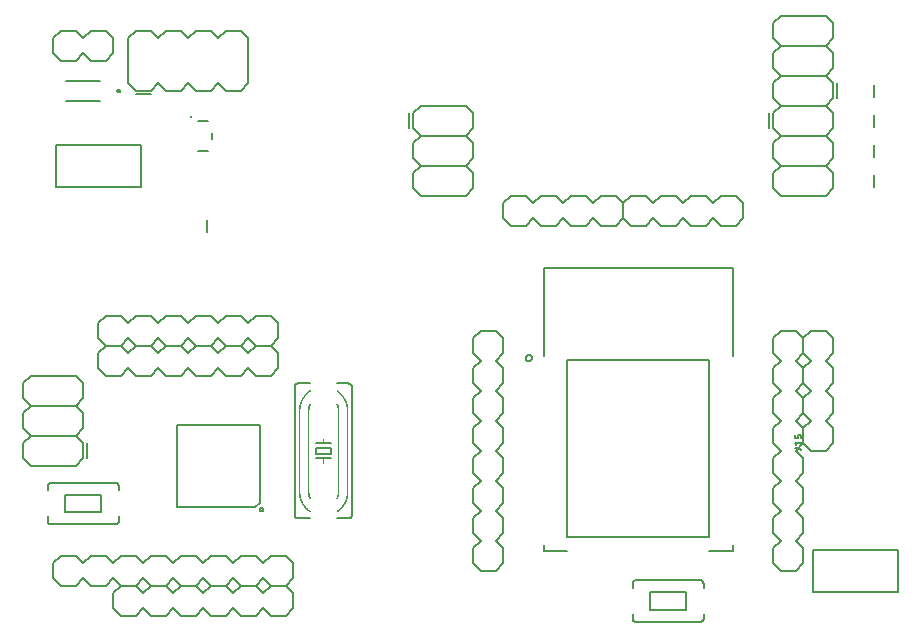
<source format=gbr>
G04 EAGLE Gerber RS-274X export*
G75*
%MOMM*%
%FSLAX34Y34*%
%LPD*%
%INSilkscreen Top*%
%IPPOS*%
%AMOC8*
5,1,8,0,0,1.08239X$1,22.5*%
G01*
%ADD10C,0.127000*%
%ADD11C,0.200000*%
%ADD12C,0.203200*%
%ADD13C,0.254000*%
%ADD14C,0.005078*%
%ADD15C,0.152400*%
%ADD16C,0.050800*%


D10*
X746125Y477838D02*
X746125Y487363D01*
X746125Y461963D02*
X746125Y452438D01*
X746125Y436563D02*
X746125Y427038D01*
X746125Y411163D02*
X746125Y401638D01*
X90450Y491100D02*
X61950Y491100D01*
X61950Y474100D02*
X90450Y474100D01*
D11*
X105200Y482600D02*
X105202Y482663D01*
X105208Y482725D01*
X105218Y482787D01*
X105231Y482849D01*
X105249Y482909D01*
X105270Y482968D01*
X105295Y483026D01*
X105324Y483082D01*
X105356Y483136D01*
X105391Y483188D01*
X105429Y483237D01*
X105471Y483285D01*
X105515Y483329D01*
X105563Y483371D01*
X105612Y483409D01*
X105664Y483444D01*
X105718Y483476D01*
X105774Y483505D01*
X105832Y483530D01*
X105891Y483551D01*
X105951Y483569D01*
X106013Y483582D01*
X106075Y483592D01*
X106137Y483598D01*
X106200Y483600D01*
X106263Y483598D01*
X106325Y483592D01*
X106387Y483582D01*
X106449Y483569D01*
X106509Y483551D01*
X106568Y483530D01*
X106626Y483505D01*
X106682Y483476D01*
X106736Y483444D01*
X106788Y483409D01*
X106837Y483371D01*
X106885Y483329D01*
X106929Y483285D01*
X106971Y483237D01*
X107009Y483188D01*
X107044Y483136D01*
X107076Y483082D01*
X107105Y483026D01*
X107130Y482968D01*
X107151Y482909D01*
X107169Y482849D01*
X107182Y482787D01*
X107192Y482725D01*
X107198Y482663D01*
X107200Y482600D01*
X107198Y482537D01*
X107192Y482475D01*
X107182Y482413D01*
X107169Y482351D01*
X107151Y482291D01*
X107130Y482232D01*
X107105Y482174D01*
X107076Y482118D01*
X107044Y482064D01*
X107009Y482012D01*
X106971Y481963D01*
X106929Y481915D01*
X106885Y481871D01*
X106837Y481829D01*
X106788Y481791D01*
X106736Y481756D01*
X106682Y481724D01*
X106626Y481695D01*
X106568Y481670D01*
X106509Y481649D01*
X106449Y481631D01*
X106387Y481618D01*
X106325Y481608D01*
X106263Y481602D01*
X106200Y481600D01*
X106137Y481602D01*
X106075Y481608D01*
X106013Y481618D01*
X105951Y481631D01*
X105891Y481649D01*
X105832Y481670D01*
X105774Y481695D01*
X105718Y481724D01*
X105664Y481756D01*
X105612Y481791D01*
X105563Y481829D01*
X105515Y481871D01*
X105471Y481915D01*
X105429Y481963D01*
X105391Y482012D01*
X105356Y482064D01*
X105324Y482118D01*
X105295Y482174D01*
X105270Y482232D01*
X105249Y482291D01*
X105231Y482351D01*
X105218Y482413D01*
X105208Y482475D01*
X105202Y482537D01*
X105200Y482600D01*
D10*
X180975Y373063D02*
X180975Y363538D01*
D12*
X539750Y368300D02*
X552450Y368300D01*
X539750Y368300D02*
X533400Y374650D01*
X533400Y387350D02*
X539750Y393700D01*
X577850Y368300D02*
X584200Y374650D01*
X577850Y368300D02*
X565150Y368300D01*
X558800Y374650D01*
X558800Y387350D02*
X565150Y393700D01*
X577850Y393700D01*
X584200Y387350D01*
X558800Y374650D02*
X552450Y368300D01*
X558800Y387350D02*
X552450Y393700D01*
X539750Y393700D01*
X615950Y368300D02*
X628650Y368300D01*
X615950Y368300D02*
X609600Y374650D01*
X609600Y387350D02*
X615950Y393700D01*
X609600Y374650D02*
X603250Y368300D01*
X590550Y368300D01*
X584200Y374650D01*
X584200Y387350D02*
X590550Y393700D01*
X603250Y393700D01*
X609600Y387350D01*
X635000Y387350D02*
X635000Y374650D01*
X628650Y368300D01*
X635000Y387350D02*
X628650Y393700D01*
X615950Y393700D01*
X533400Y387350D02*
X533400Y374650D01*
X222250Y88900D02*
X209550Y88900D01*
X222250Y88900D02*
X228600Y82550D01*
X228600Y69850D02*
X222250Y63500D01*
X184150Y88900D02*
X177800Y82550D01*
X184150Y88900D02*
X196850Y88900D01*
X203200Y82550D01*
X203200Y69850D02*
X196850Y63500D01*
X184150Y63500D01*
X177800Y69850D01*
X203200Y82550D02*
X209550Y88900D01*
X203200Y69850D02*
X209550Y63500D01*
X222250Y63500D01*
X146050Y88900D02*
X133350Y88900D01*
X146050Y88900D02*
X152400Y82550D01*
X152400Y69850D02*
X146050Y63500D01*
X152400Y82550D02*
X158750Y88900D01*
X171450Y88900D01*
X177800Y82550D01*
X177800Y69850D02*
X171450Y63500D01*
X158750Y63500D01*
X152400Y69850D01*
X107950Y88900D02*
X101600Y82550D01*
X107950Y88900D02*
X120650Y88900D01*
X127000Y82550D01*
X127000Y69850D02*
X120650Y63500D01*
X107950Y63500D01*
X101600Y69850D01*
X127000Y82550D02*
X133350Y88900D01*
X127000Y69850D02*
X133350Y63500D01*
X146050Y63500D01*
X69850Y88900D02*
X57150Y88900D01*
X69850Y88900D02*
X76200Y82550D01*
X76200Y69850D02*
X69850Y63500D01*
X76200Y82550D02*
X82550Y88900D01*
X95250Y88900D01*
X101600Y82550D01*
X101600Y69850D02*
X95250Y63500D01*
X82550Y63500D01*
X76200Y69850D01*
X50800Y69850D02*
X50800Y82550D01*
X57150Y88900D01*
X50800Y69850D02*
X57150Y63500D01*
X69850Y63500D01*
X234950Y88900D02*
X247650Y88900D01*
X254000Y82550D01*
X254000Y69850D01*
X247650Y63500D01*
X228600Y82550D02*
X234950Y88900D01*
X228600Y69850D02*
X234950Y63500D01*
X247650Y63500D01*
X215900Y285750D02*
X222250Y292100D01*
X234950Y292100D01*
X241300Y285750D01*
X241300Y273050D02*
X234950Y266700D01*
X222250Y266700D01*
X215900Y273050D01*
X184150Y292100D02*
X171450Y292100D01*
X184150Y292100D02*
X190500Y285750D01*
X190500Y273050D02*
X184150Y266700D01*
X190500Y285750D02*
X196850Y292100D01*
X209550Y292100D01*
X215900Y285750D01*
X215900Y273050D02*
X209550Y266700D01*
X196850Y266700D01*
X190500Y273050D01*
X146050Y292100D02*
X139700Y285750D01*
X146050Y292100D02*
X158750Y292100D01*
X165100Y285750D01*
X165100Y273050D02*
X158750Y266700D01*
X146050Y266700D01*
X139700Y273050D01*
X165100Y285750D02*
X171450Y292100D01*
X165100Y273050D02*
X171450Y266700D01*
X184150Y266700D01*
X107950Y292100D02*
X95250Y292100D01*
X107950Y292100D02*
X114300Y285750D01*
X114300Y273050D02*
X107950Y266700D01*
X114300Y285750D02*
X120650Y292100D01*
X133350Y292100D01*
X139700Y285750D01*
X139700Y273050D02*
X133350Y266700D01*
X120650Y266700D01*
X114300Y273050D01*
X88900Y273050D02*
X88900Y285750D01*
X95250Y292100D01*
X88900Y273050D02*
X95250Y266700D01*
X107950Y266700D01*
X241300Y273050D02*
X241300Y285750D01*
X222250Y266700D02*
X215900Y260350D01*
X222250Y266700D02*
X234950Y266700D01*
X241300Y260350D01*
X241300Y247650D02*
X234950Y241300D01*
X222250Y241300D01*
X215900Y247650D01*
X184150Y266700D02*
X171450Y266700D01*
X184150Y266700D02*
X190500Y260350D01*
X190500Y247650D02*
X184150Y241300D01*
X190500Y260350D02*
X196850Y266700D01*
X209550Y266700D01*
X215900Y260350D01*
X215900Y247650D02*
X209550Y241300D01*
X196850Y241300D01*
X190500Y247650D01*
X146050Y266700D02*
X139700Y260350D01*
X146050Y266700D02*
X158750Y266700D01*
X165100Y260350D01*
X165100Y247650D02*
X158750Y241300D01*
X146050Y241300D01*
X139700Y247650D01*
X165100Y260350D02*
X171450Y266700D01*
X165100Y247650D02*
X171450Y241300D01*
X184150Y241300D01*
X107950Y266700D02*
X95250Y266700D01*
X107950Y266700D02*
X114300Y260350D01*
X114300Y247650D02*
X107950Y241300D01*
X114300Y260350D02*
X120650Y266700D01*
X133350Y266700D01*
X139700Y260350D01*
X139700Y247650D02*
X133350Y241300D01*
X120650Y241300D01*
X114300Y247650D01*
X88900Y247650D02*
X88900Y260350D01*
X95250Y266700D01*
X88900Y247650D02*
X95250Y241300D01*
X107950Y241300D01*
X241300Y247650D02*
X241300Y260350D01*
X685800Y120650D02*
X685800Y107950D01*
X679450Y101600D01*
X666750Y101600D02*
X660400Y107950D01*
X685800Y146050D02*
X679450Y152400D01*
X685800Y146050D02*
X685800Y133350D01*
X679450Y127000D01*
X666750Y127000D02*
X660400Y133350D01*
X660400Y146050D01*
X666750Y152400D01*
X679450Y127000D02*
X685800Y120650D01*
X666750Y127000D02*
X660400Y120650D01*
X660400Y107950D01*
X685800Y184150D02*
X685800Y196850D01*
X685800Y184150D02*
X679450Y177800D01*
X666750Y177800D02*
X660400Y184150D01*
X679450Y177800D02*
X685800Y171450D01*
X685800Y158750D01*
X679450Y152400D01*
X666750Y152400D02*
X660400Y158750D01*
X660400Y171450D01*
X666750Y177800D01*
X685800Y222250D02*
X679450Y228600D01*
X685800Y222250D02*
X685800Y209550D01*
X679450Y203200D01*
X666750Y203200D02*
X660400Y209550D01*
X660400Y222250D01*
X666750Y228600D01*
X679450Y203200D02*
X685800Y196850D01*
X666750Y203200D02*
X660400Y196850D01*
X660400Y184150D01*
X685800Y260350D02*
X685800Y273050D01*
X685800Y260350D02*
X679450Y254000D01*
X666750Y254000D02*
X660400Y260350D01*
X679450Y254000D02*
X685800Y247650D01*
X685800Y234950D01*
X679450Y228600D01*
X666750Y228600D02*
X660400Y234950D01*
X660400Y247650D01*
X666750Y254000D01*
X666750Y279400D02*
X679450Y279400D01*
X685800Y273050D01*
X666750Y279400D02*
X660400Y273050D01*
X660400Y260350D01*
X685800Y95250D02*
X685800Y82550D01*
X679450Y76200D01*
X666750Y76200D01*
X660400Y82550D01*
X679450Y101600D02*
X685800Y95250D01*
X666750Y101600D02*
X660400Y95250D01*
X660400Y82550D01*
X406400Y234950D02*
X406400Y247650D01*
X412750Y254000D01*
X425450Y254000D02*
X431800Y247650D01*
X406400Y209550D02*
X412750Y203200D01*
X406400Y209550D02*
X406400Y222250D01*
X412750Y228600D01*
X425450Y228600D02*
X431800Y222250D01*
X431800Y209550D01*
X425450Y203200D01*
X412750Y228600D02*
X406400Y234950D01*
X425450Y228600D02*
X431800Y234950D01*
X431800Y247650D01*
X406400Y171450D02*
X406400Y158750D01*
X406400Y171450D02*
X412750Y177800D01*
X425450Y177800D02*
X431800Y171450D01*
X412750Y177800D02*
X406400Y184150D01*
X406400Y196850D01*
X412750Y203200D01*
X425450Y203200D02*
X431800Y196850D01*
X431800Y184150D01*
X425450Y177800D01*
X406400Y133350D02*
X412750Y127000D01*
X406400Y133350D02*
X406400Y146050D01*
X412750Y152400D01*
X425450Y152400D02*
X431800Y146050D01*
X431800Y133350D01*
X425450Y127000D01*
X412750Y152400D02*
X406400Y158750D01*
X425450Y152400D02*
X431800Y158750D01*
X431800Y171450D01*
X406400Y95250D02*
X406400Y82550D01*
X406400Y95250D02*
X412750Y101600D01*
X425450Y101600D02*
X431800Y95250D01*
X412750Y101600D02*
X406400Y107950D01*
X406400Y120650D01*
X412750Y127000D01*
X425450Y127000D02*
X431800Y120650D01*
X431800Y107950D01*
X425450Y101600D01*
X425450Y76200D02*
X412750Y76200D01*
X406400Y82550D01*
X425450Y76200D02*
X431800Y82550D01*
X431800Y95250D01*
X406400Y260350D02*
X406400Y273050D01*
X412750Y279400D01*
X425450Y279400D01*
X431800Y273050D01*
X412750Y254000D02*
X406400Y260350D01*
X425450Y254000D02*
X431800Y260350D01*
X431800Y273050D01*
X685800Y273050D02*
X685800Y260350D01*
X685800Y273050D02*
X692150Y279400D01*
X704850Y279400D02*
X711200Y273050D01*
X685800Y234950D02*
X692150Y228600D01*
X685800Y234950D02*
X685800Y247650D01*
X692150Y254000D01*
X704850Y254000D02*
X711200Y247650D01*
X711200Y234950D01*
X704850Y228600D01*
X692150Y254000D02*
X685800Y260350D01*
X704850Y254000D02*
X711200Y260350D01*
X711200Y273050D01*
X685800Y196850D02*
X685800Y184150D01*
X685800Y196850D02*
X692150Y203200D01*
X704850Y203200D02*
X711200Y196850D01*
X692150Y203200D02*
X685800Y209550D01*
X685800Y222250D01*
X692150Y228600D01*
X704850Y228600D02*
X711200Y222250D01*
X711200Y209550D01*
X704850Y203200D01*
X704850Y177800D02*
X692150Y177800D01*
X685800Y184150D01*
X704850Y177800D02*
X711200Y184150D01*
X711200Y196850D01*
X704850Y279400D02*
X692150Y279400D01*
D10*
X682823Y180044D02*
X679069Y180044D01*
X682823Y180043D02*
X682888Y180041D01*
X682952Y180035D01*
X683016Y180025D01*
X683080Y180012D01*
X683142Y179994D01*
X683203Y179973D01*
X683263Y179949D01*
X683321Y179920D01*
X683378Y179888D01*
X683432Y179853D01*
X683484Y179815D01*
X683534Y179773D01*
X683581Y179729D01*
X683625Y179682D01*
X683667Y179632D01*
X683705Y179580D01*
X683740Y179526D01*
X683772Y179469D01*
X683801Y179411D01*
X683825Y179351D01*
X683846Y179290D01*
X683864Y179228D01*
X683877Y179164D01*
X683887Y179100D01*
X683893Y179036D01*
X683895Y178971D01*
X683895Y178435D01*
X680141Y182992D02*
X679069Y184332D01*
X683895Y184332D01*
X683895Y182992D02*
X683895Y185673D01*
X683895Y188478D02*
X683895Y190087D01*
X683893Y190152D01*
X683887Y190216D01*
X683877Y190280D01*
X683864Y190344D01*
X683846Y190406D01*
X683825Y190467D01*
X683801Y190527D01*
X683772Y190585D01*
X683740Y190642D01*
X683705Y190696D01*
X683667Y190748D01*
X683625Y190798D01*
X683581Y190845D01*
X683534Y190889D01*
X683484Y190931D01*
X683432Y190969D01*
X683378Y191004D01*
X683321Y191036D01*
X683263Y191065D01*
X683203Y191089D01*
X683142Y191110D01*
X683080Y191128D01*
X683016Y191141D01*
X682952Y191151D01*
X682888Y191157D01*
X682823Y191159D01*
X682286Y191159D01*
X682221Y191157D01*
X682157Y191151D01*
X682093Y191141D01*
X682029Y191128D01*
X681967Y191110D01*
X681906Y191089D01*
X681846Y191065D01*
X681788Y191036D01*
X681731Y191004D01*
X681677Y190969D01*
X681625Y190931D01*
X681575Y190889D01*
X681528Y190845D01*
X681484Y190798D01*
X681442Y190748D01*
X681404Y190696D01*
X681369Y190642D01*
X681337Y190585D01*
X681308Y190527D01*
X681284Y190467D01*
X681263Y190406D01*
X681245Y190344D01*
X681232Y190280D01*
X681222Y190216D01*
X681216Y190152D01*
X681214Y190087D01*
X681214Y188478D01*
X679069Y188478D01*
X679069Y191159D01*
D12*
X450850Y368300D02*
X438150Y368300D01*
X431800Y374650D01*
X431800Y387350D02*
X438150Y393700D01*
X476250Y368300D02*
X482600Y374650D01*
X476250Y368300D02*
X463550Y368300D01*
X457200Y374650D01*
X457200Y387350D02*
X463550Y393700D01*
X476250Y393700D01*
X482600Y387350D01*
X457200Y374650D02*
X450850Y368300D01*
X457200Y387350D02*
X450850Y393700D01*
X438150Y393700D01*
X514350Y368300D02*
X527050Y368300D01*
X514350Y368300D02*
X508000Y374650D01*
X508000Y387350D02*
X514350Y393700D01*
X508000Y374650D02*
X501650Y368300D01*
X488950Y368300D01*
X482600Y374650D01*
X482600Y387350D02*
X488950Y393700D01*
X501650Y393700D01*
X508000Y387350D01*
X533400Y387350D02*
X533400Y374650D01*
X527050Y368300D01*
X533400Y387350D02*
X527050Y393700D01*
X514350Y393700D01*
X431800Y387350D02*
X431800Y374650D01*
X69850Y533400D02*
X57150Y533400D01*
X69850Y533400D02*
X76200Y527050D01*
X76200Y514350D02*
X69850Y508000D01*
X76200Y527050D02*
X82550Y533400D01*
X95250Y533400D01*
X101600Y527050D01*
X101600Y514350D02*
X95250Y508000D01*
X82550Y508000D01*
X76200Y514350D01*
X50800Y514350D02*
X50800Y527050D01*
X57150Y533400D01*
X50800Y514350D02*
X57150Y508000D01*
X69850Y508000D01*
X101600Y514350D02*
X101600Y527050D01*
X114300Y488950D02*
X120650Y482600D01*
X133350Y482600D02*
X139700Y488950D01*
X146050Y482600D01*
X158750Y482600D02*
X165100Y488950D01*
X171450Y482600D01*
X184150Y482600D02*
X190500Y488950D01*
X196850Y482600D01*
X209550Y482600D02*
X215900Y488950D01*
X114300Y488950D02*
X114300Y527050D01*
X120650Y533400D01*
X133350Y533400D01*
X139700Y527050D01*
X146050Y533400D01*
X158750Y533400D01*
X165100Y527050D01*
X171450Y533400D01*
X184150Y533400D01*
X190500Y527050D01*
X196850Y533400D01*
X209550Y533400D01*
X215900Y527050D01*
X215900Y488950D01*
X209550Y482600D02*
X196850Y482600D01*
X184150Y482600D02*
X171450Y482600D01*
X158750Y482600D02*
X146050Y482600D01*
X133350Y482600D02*
X120650Y482600D01*
X120650Y480060D02*
X133350Y480060D01*
X120650Y482600D02*
X114300Y488950D01*
X114300Y527050D01*
X120650Y533400D01*
X660400Y463550D02*
X666750Y469900D01*
X660400Y450850D02*
X666750Y444500D01*
X660400Y438150D01*
X660400Y425450D02*
X666750Y419100D01*
X660400Y412750D01*
X660400Y400050D02*
X666750Y393700D01*
X666750Y469900D02*
X704850Y469900D01*
X711200Y463550D01*
X711200Y450850D01*
X704850Y444500D01*
X711200Y438150D01*
X711200Y425450D01*
X704850Y419100D01*
X711200Y412750D01*
X711200Y400050D01*
X704850Y393700D01*
X704850Y444500D02*
X666750Y444500D01*
X666750Y419100D02*
X704850Y419100D01*
X704850Y393700D02*
X666750Y393700D01*
X660400Y400050D02*
X660400Y412750D01*
X660400Y425450D02*
X660400Y438150D01*
X660400Y450850D02*
X660400Y463550D01*
X657050Y463550D02*
X657050Y450850D01*
X704850Y469900D02*
X711200Y476250D01*
X711200Y488950D02*
X704850Y495300D01*
X711200Y501650D01*
X711200Y514350D02*
X704850Y520700D01*
X711200Y527050D01*
X711200Y539750D02*
X704850Y546100D01*
X704850Y469900D02*
X666750Y469900D01*
X660400Y476250D01*
X660400Y488950D01*
X666750Y495300D01*
X660400Y501650D01*
X660400Y514350D01*
X666750Y520700D01*
X660400Y527050D01*
X660400Y539750D01*
X666750Y546100D01*
X666750Y495300D02*
X704850Y495300D01*
X704850Y520700D02*
X666750Y520700D01*
X666750Y546100D02*
X704850Y546100D01*
X711200Y539750D02*
X711200Y527050D01*
X711200Y514350D02*
X711200Y501650D01*
X711200Y488950D02*
X711200Y476250D01*
X714550Y476250D02*
X714550Y488950D01*
X361950Y469900D02*
X355600Y463550D01*
X355600Y450850D02*
X361950Y444500D01*
X355600Y438150D01*
X355600Y425450D02*
X361950Y419100D01*
X355600Y412750D01*
X355600Y400050D02*
X361950Y393700D01*
X361950Y469900D02*
X400050Y469900D01*
X406400Y463550D01*
X406400Y450850D01*
X400050Y444500D01*
X406400Y438150D01*
X406400Y425450D01*
X400050Y419100D01*
X406400Y412750D01*
X406400Y400050D01*
X400050Y393700D01*
X400050Y444500D02*
X361950Y444500D01*
X361950Y419100D02*
X400050Y419100D01*
X400050Y393700D02*
X361950Y393700D01*
X355600Y400050D02*
X355600Y412750D01*
X355600Y425450D02*
X355600Y438150D01*
X355600Y450850D02*
X355600Y463550D01*
X352250Y463550D02*
X352250Y450850D01*
X76200Y171450D02*
X69850Y165100D01*
X76200Y184150D02*
X69850Y190500D01*
X76200Y196850D01*
X76200Y209550D02*
X69850Y215900D01*
X76200Y222250D01*
X76200Y234950D02*
X69850Y241300D01*
X69850Y165100D02*
X31750Y165100D01*
X25400Y171450D01*
X25400Y184150D01*
X31750Y190500D01*
X25400Y196850D01*
X25400Y209550D01*
X31750Y215900D01*
X25400Y222250D01*
X25400Y234950D01*
X31750Y241300D01*
X31750Y190500D02*
X69850Y190500D01*
X69850Y215900D02*
X31750Y215900D01*
X31750Y241300D02*
X69850Y241300D01*
X76200Y234950D02*
X76200Y222250D01*
X76200Y209550D02*
X76200Y196850D01*
X76200Y184150D02*
X76200Y171450D01*
X79550Y171450D02*
X79550Y184150D01*
X228600Y57150D02*
X234950Y63500D01*
X247650Y63500D01*
X254000Y57150D01*
X254000Y44450D02*
X247650Y38100D01*
X234950Y38100D01*
X228600Y44450D01*
X196850Y63500D02*
X184150Y63500D01*
X196850Y63500D02*
X203200Y57150D01*
X203200Y44450D02*
X196850Y38100D01*
X203200Y57150D02*
X209550Y63500D01*
X222250Y63500D01*
X228600Y57150D01*
X228600Y44450D02*
X222250Y38100D01*
X209550Y38100D01*
X203200Y44450D01*
X158750Y63500D02*
X152400Y57150D01*
X158750Y63500D02*
X171450Y63500D01*
X177800Y57150D01*
X177800Y44450D02*
X171450Y38100D01*
X158750Y38100D01*
X152400Y44450D01*
X177800Y57150D02*
X184150Y63500D01*
X177800Y44450D02*
X184150Y38100D01*
X196850Y38100D01*
X120650Y63500D02*
X107950Y63500D01*
X120650Y63500D02*
X127000Y57150D01*
X127000Y44450D02*
X120650Y38100D01*
X127000Y57150D02*
X133350Y63500D01*
X146050Y63500D01*
X152400Y57150D01*
X152400Y44450D02*
X146050Y38100D01*
X133350Y38100D01*
X127000Y44450D01*
X101600Y44450D02*
X101600Y57150D01*
X107950Y63500D01*
X101600Y44450D02*
X107950Y38100D01*
X120650Y38100D01*
X254000Y44450D02*
X254000Y57150D01*
X52900Y401600D02*
X52900Y436600D01*
X52900Y401600D02*
X124900Y401600D01*
X124900Y436600D01*
X52900Y436600D01*
X48700Y150850D02*
X48602Y150848D01*
X48504Y150842D01*
X48406Y150833D01*
X48309Y150819D01*
X48212Y150802D01*
X48116Y150781D01*
X48021Y150756D01*
X47927Y150728D01*
X47835Y150695D01*
X47743Y150660D01*
X47653Y150620D01*
X47565Y150578D01*
X47478Y150531D01*
X47394Y150482D01*
X47311Y150429D01*
X47231Y150373D01*
X47152Y150313D01*
X47076Y150251D01*
X47003Y150186D01*
X46932Y150118D01*
X46864Y150047D01*
X46799Y149974D01*
X46737Y149898D01*
X46677Y149819D01*
X46621Y149739D01*
X46568Y149656D01*
X46519Y149572D01*
X46472Y149485D01*
X46430Y149397D01*
X46390Y149307D01*
X46355Y149215D01*
X46322Y149123D01*
X46294Y149029D01*
X46269Y148934D01*
X46248Y148838D01*
X46231Y148741D01*
X46217Y148644D01*
X46208Y148546D01*
X46202Y148448D01*
X46200Y148350D01*
X48700Y150850D02*
X103700Y150850D01*
X103798Y150848D01*
X103896Y150842D01*
X103994Y150833D01*
X104091Y150819D01*
X104188Y150802D01*
X104284Y150781D01*
X104379Y150756D01*
X104473Y150728D01*
X104565Y150695D01*
X104657Y150660D01*
X104747Y150620D01*
X104835Y150578D01*
X104922Y150531D01*
X105006Y150482D01*
X105089Y150429D01*
X105169Y150373D01*
X105248Y150313D01*
X105324Y150251D01*
X105397Y150186D01*
X105468Y150118D01*
X105536Y150047D01*
X105601Y149974D01*
X105663Y149898D01*
X105723Y149819D01*
X105779Y149739D01*
X105832Y149656D01*
X105881Y149572D01*
X105928Y149485D01*
X105970Y149397D01*
X106010Y149307D01*
X106045Y149215D01*
X106078Y149123D01*
X106106Y149029D01*
X106131Y148934D01*
X106152Y148838D01*
X106169Y148741D01*
X106183Y148644D01*
X106192Y148546D01*
X106198Y148448D01*
X106200Y148350D01*
X106200Y118350D02*
X106198Y118252D01*
X106192Y118154D01*
X106183Y118056D01*
X106169Y117959D01*
X106152Y117862D01*
X106131Y117766D01*
X106106Y117671D01*
X106078Y117577D01*
X106045Y117485D01*
X106010Y117393D01*
X105970Y117303D01*
X105928Y117215D01*
X105881Y117128D01*
X105832Y117044D01*
X105779Y116961D01*
X105723Y116881D01*
X105663Y116802D01*
X105601Y116726D01*
X105536Y116653D01*
X105468Y116582D01*
X105397Y116514D01*
X105324Y116449D01*
X105248Y116387D01*
X105169Y116327D01*
X105089Y116271D01*
X105006Y116218D01*
X104922Y116169D01*
X104835Y116122D01*
X104747Y116080D01*
X104657Y116040D01*
X104565Y116005D01*
X104473Y115972D01*
X104379Y115944D01*
X104284Y115919D01*
X104188Y115898D01*
X104091Y115881D01*
X103994Y115867D01*
X103896Y115858D01*
X103798Y115852D01*
X103700Y115850D01*
X48700Y115850D01*
X48602Y115852D01*
X48504Y115858D01*
X48406Y115867D01*
X48309Y115881D01*
X48212Y115898D01*
X48116Y115919D01*
X48021Y115944D01*
X47927Y115972D01*
X47835Y116005D01*
X47743Y116040D01*
X47653Y116080D01*
X47565Y116122D01*
X47478Y116169D01*
X47394Y116218D01*
X47311Y116271D01*
X47231Y116327D01*
X47152Y116387D01*
X47076Y116449D01*
X47003Y116514D01*
X46932Y116582D01*
X46864Y116653D01*
X46799Y116726D01*
X46737Y116802D01*
X46677Y116881D01*
X46621Y116961D01*
X46568Y117044D01*
X46519Y117128D01*
X46472Y117215D01*
X46430Y117303D01*
X46390Y117393D01*
X46355Y117485D01*
X46322Y117577D01*
X46294Y117671D01*
X46269Y117766D01*
X46248Y117862D01*
X46231Y117959D01*
X46217Y118056D01*
X46208Y118154D01*
X46202Y118252D01*
X46200Y118350D01*
X46200Y122350D01*
X46200Y144350D02*
X46200Y148350D01*
X106200Y148350D02*
X106200Y144350D01*
X106200Y122350D02*
X106200Y118350D01*
X91200Y140850D02*
X61200Y140850D01*
X61200Y125850D02*
X91200Y125850D01*
X61200Y125850D02*
X61200Y140850D01*
X91200Y140850D02*
X91200Y125850D01*
X694250Y93700D02*
X694250Y58700D01*
X766250Y58700D01*
X766250Y93700D01*
X694250Y93700D01*
X544000Y68300D02*
X543902Y68298D01*
X543804Y68292D01*
X543706Y68283D01*
X543609Y68269D01*
X543512Y68252D01*
X543416Y68231D01*
X543321Y68206D01*
X543227Y68178D01*
X543135Y68145D01*
X543043Y68110D01*
X542953Y68070D01*
X542865Y68028D01*
X542778Y67981D01*
X542694Y67932D01*
X542611Y67879D01*
X542531Y67823D01*
X542452Y67763D01*
X542376Y67701D01*
X542303Y67636D01*
X542232Y67568D01*
X542164Y67497D01*
X542099Y67424D01*
X542037Y67348D01*
X541977Y67269D01*
X541921Y67189D01*
X541868Y67106D01*
X541819Y67022D01*
X541772Y66935D01*
X541730Y66847D01*
X541690Y66757D01*
X541655Y66665D01*
X541622Y66573D01*
X541594Y66479D01*
X541569Y66384D01*
X541548Y66288D01*
X541531Y66191D01*
X541517Y66094D01*
X541508Y65996D01*
X541502Y65898D01*
X541500Y65800D01*
X544000Y68300D02*
X599000Y68300D01*
X599098Y68298D01*
X599196Y68292D01*
X599294Y68283D01*
X599391Y68269D01*
X599488Y68252D01*
X599584Y68231D01*
X599679Y68206D01*
X599773Y68178D01*
X599865Y68145D01*
X599957Y68110D01*
X600047Y68070D01*
X600135Y68028D01*
X600222Y67981D01*
X600306Y67932D01*
X600389Y67879D01*
X600469Y67823D01*
X600548Y67763D01*
X600624Y67701D01*
X600697Y67636D01*
X600768Y67568D01*
X600836Y67497D01*
X600901Y67424D01*
X600963Y67348D01*
X601023Y67269D01*
X601079Y67189D01*
X601132Y67106D01*
X601181Y67022D01*
X601228Y66935D01*
X601270Y66847D01*
X601310Y66757D01*
X601345Y66665D01*
X601378Y66573D01*
X601406Y66479D01*
X601431Y66384D01*
X601452Y66288D01*
X601469Y66191D01*
X601483Y66094D01*
X601492Y65996D01*
X601498Y65898D01*
X601500Y65800D01*
X601500Y35800D02*
X601498Y35702D01*
X601492Y35604D01*
X601483Y35506D01*
X601469Y35409D01*
X601452Y35312D01*
X601431Y35216D01*
X601406Y35121D01*
X601378Y35027D01*
X601345Y34935D01*
X601310Y34843D01*
X601270Y34753D01*
X601228Y34665D01*
X601181Y34578D01*
X601132Y34494D01*
X601079Y34411D01*
X601023Y34331D01*
X600963Y34252D01*
X600901Y34176D01*
X600836Y34103D01*
X600768Y34032D01*
X600697Y33964D01*
X600624Y33899D01*
X600548Y33837D01*
X600469Y33777D01*
X600389Y33721D01*
X600306Y33668D01*
X600222Y33619D01*
X600135Y33572D01*
X600047Y33530D01*
X599957Y33490D01*
X599865Y33455D01*
X599773Y33422D01*
X599679Y33394D01*
X599584Y33369D01*
X599488Y33348D01*
X599391Y33331D01*
X599294Y33317D01*
X599196Y33308D01*
X599098Y33302D01*
X599000Y33300D01*
X544000Y33300D01*
X543902Y33302D01*
X543804Y33308D01*
X543706Y33317D01*
X543609Y33331D01*
X543512Y33348D01*
X543416Y33369D01*
X543321Y33394D01*
X543227Y33422D01*
X543135Y33455D01*
X543043Y33490D01*
X542953Y33530D01*
X542865Y33572D01*
X542778Y33619D01*
X542694Y33668D01*
X542611Y33721D01*
X542531Y33777D01*
X542452Y33837D01*
X542376Y33899D01*
X542303Y33964D01*
X542232Y34032D01*
X542164Y34103D01*
X542099Y34176D01*
X542037Y34252D01*
X541977Y34331D01*
X541921Y34411D01*
X541868Y34494D01*
X541819Y34578D01*
X541772Y34665D01*
X541730Y34753D01*
X541690Y34843D01*
X541655Y34935D01*
X541622Y35027D01*
X541594Y35121D01*
X541569Y35216D01*
X541548Y35312D01*
X541531Y35409D01*
X541517Y35506D01*
X541508Y35604D01*
X541502Y35702D01*
X541500Y35800D01*
X541500Y39800D01*
X541500Y61800D02*
X541500Y65800D01*
X601500Y65800D02*
X601500Y61800D01*
X601500Y39800D02*
X601500Y35800D01*
X586500Y58300D02*
X556500Y58300D01*
X556500Y43300D02*
X586500Y43300D01*
X556500Y43300D02*
X556500Y58300D01*
X586500Y58300D02*
X586500Y43300D01*
X182094Y431800D02*
X173506Y431800D01*
X173506Y457200D02*
X182094Y457200D01*
X184888Y447184D02*
X184888Y441816D01*
D13*
X167640Y460502D03*
D12*
X155450Y200150D02*
X155450Y130050D01*
X155450Y200150D02*
X225550Y200150D01*
X225550Y133600D01*
X222000Y130050D02*
X155450Y130050D01*
X222000Y130050D02*
X225550Y133600D01*
X225552Y128270D02*
X225554Y128348D01*
X225560Y128425D01*
X225570Y128503D01*
X225584Y128579D01*
X225601Y128655D01*
X225623Y128730D01*
X225648Y128803D01*
X225677Y128876D01*
X225710Y128946D01*
X225747Y129015D01*
X225786Y129082D01*
X225829Y129147D01*
X225876Y129209D01*
X225925Y129269D01*
X225978Y129327D01*
X226033Y129381D01*
X226091Y129433D01*
X226152Y129482D01*
X226215Y129528D01*
X226281Y129570D01*
X226348Y129609D01*
X226417Y129644D01*
X226488Y129676D01*
X226561Y129704D01*
X226635Y129729D01*
X226710Y129749D01*
X226786Y129766D01*
X226863Y129779D01*
X226940Y129788D01*
X227018Y129793D01*
X227095Y129794D01*
X227173Y129791D01*
X227251Y129784D01*
X227328Y129773D01*
X227404Y129758D01*
X227480Y129740D01*
X227554Y129717D01*
X227628Y129691D01*
X227699Y129661D01*
X227770Y129627D01*
X227838Y129590D01*
X227904Y129549D01*
X227969Y129505D01*
X228031Y129458D01*
X228090Y129408D01*
X228147Y129354D01*
X228201Y129298D01*
X228252Y129240D01*
X228300Y129178D01*
X228345Y129115D01*
X228386Y129049D01*
X228424Y128981D01*
X228459Y128911D01*
X228490Y128840D01*
X228517Y128767D01*
X228540Y128693D01*
X228560Y128617D01*
X228576Y128541D01*
X228588Y128464D01*
X228596Y128387D01*
X228600Y128309D01*
X228600Y128231D01*
X228596Y128153D01*
X228588Y128076D01*
X228576Y127999D01*
X228560Y127923D01*
X228540Y127847D01*
X228517Y127773D01*
X228490Y127700D01*
X228459Y127629D01*
X228424Y127559D01*
X228386Y127491D01*
X228345Y127425D01*
X228300Y127362D01*
X228252Y127300D01*
X228201Y127242D01*
X228147Y127186D01*
X228090Y127132D01*
X228031Y127082D01*
X227969Y127035D01*
X227904Y126991D01*
X227838Y126950D01*
X227770Y126913D01*
X227699Y126879D01*
X227628Y126849D01*
X227554Y126823D01*
X227480Y126800D01*
X227404Y126782D01*
X227328Y126767D01*
X227251Y126756D01*
X227173Y126749D01*
X227095Y126746D01*
X227018Y126747D01*
X226940Y126752D01*
X226863Y126761D01*
X226786Y126774D01*
X226710Y126791D01*
X226635Y126811D01*
X226561Y126836D01*
X226488Y126864D01*
X226417Y126896D01*
X226348Y126931D01*
X226281Y126970D01*
X226215Y127012D01*
X226152Y127058D01*
X226091Y127107D01*
X226033Y127159D01*
X225978Y127213D01*
X225925Y127271D01*
X225876Y127331D01*
X225829Y127393D01*
X225786Y127458D01*
X225747Y127525D01*
X225710Y127594D01*
X225677Y127664D01*
X225648Y127737D01*
X225623Y127810D01*
X225601Y127885D01*
X225584Y127961D01*
X225570Y128037D01*
X225560Y128115D01*
X225554Y128192D01*
X225552Y128270D01*
D10*
X486100Y255200D02*
X606100Y255200D01*
X606100Y105200D01*
X486100Y105200D01*
X486100Y255200D01*
X466100Y257800D02*
X466100Y332800D01*
X626100Y332800D01*
X626100Y257800D01*
X466100Y97800D02*
X466100Y92800D01*
X486100Y92800D01*
X626100Y92800D02*
X626100Y97800D01*
X626100Y92800D02*
X606100Y92800D01*
X451100Y256550D02*
X451102Y256649D01*
X451108Y256749D01*
X451118Y256848D01*
X451132Y256946D01*
X451149Y257044D01*
X451171Y257141D01*
X451196Y257237D01*
X451225Y257332D01*
X451258Y257426D01*
X451295Y257518D01*
X451335Y257609D01*
X451379Y257698D01*
X451427Y257786D01*
X451478Y257871D01*
X451532Y257954D01*
X451589Y258036D01*
X451650Y258114D01*
X451714Y258191D01*
X451780Y258264D01*
X451850Y258335D01*
X451922Y258403D01*
X451997Y258469D01*
X452075Y258531D01*
X452155Y258590D01*
X452237Y258646D01*
X452321Y258698D01*
X452408Y258747D01*
X452496Y258793D01*
X452586Y258835D01*
X452678Y258874D01*
X452771Y258909D01*
X452865Y258940D01*
X452961Y258967D01*
X453058Y258990D01*
X453155Y259010D01*
X453253Y259026D01*
X453352Y259038D01*
X453451Y259046D01*
X453550Y259050D01*
X453650Y259050D01*
X453749Y259046D01*
X453848Y259038D01*
X453947Y259026D01*
X454045Y259010D01*
X454142Y258990D01*
X454239Y258967D01*
X454335Y258940D01*
X454429Y258909D01*
X454522Y258874D01*
X454614Y258835D01*
X454704Y258793D01*
X454792Y258747D01*
X454879Y258698D01*
X454963Y258646D01*
X455045Y258590D01*
X455125Y258531D01*
X455203Y258469D01*
X455278Y258403D01*
X455350Y258335D01*
X455420Y258264D01*
X455486Y258191D01*
X455550Y258114D01*
X455611Y258036D01*
X455668Y257954D01*
X455722Y257871D01*
X455773Y257786D01*
X455821Y257698D01*
X455865Y257609D01*
X455905Y257518D01*
X455942Y257426D01*
X455975Y257332D01*
X456004Y257237D01*
X456029Y257141D01*
X456051Y257044D01*
X456068Y256946D01*
X456082Y256848D01*
X456092Y256749D01*
X456098Y256649D01*
X456100Y256550D01*
X456098Y256451D01*
X456092Y256351D01*
X456082Y256252D01*
X456068Y256154D01*
X456051Y256056D01*
X456029Y255959D01*
X456004Y255863D01*
X455975Y255768D01*
X455942Y255674D01*
X455905Y255582D01*
X455865Y255491D01*
X455821Y255402D01*
X455773Y255314D01*
X455722Y255229D01*
X455668Y255146D01*
X455611Y255064D01*
X455550Y254986D01*
X455486Y254909D01*
X455420Y254836D01*
X455350Y254765D01*
X455278Y254697D01*
X455203Y254631D01*
X455125Y254569D01*
X455045Y254510D01*
X454963Y254454D01*
X454879Y254402D01*
X454792Y254353D01*
X454704Y254307D01*
X454614Y254265D01*
X454522Y254226D01*
X454429Y254191D01*
X454335Y254160D01*
X454239Y254133D01*
X454142Y254110D01*
X454045Y254090D01*
X453947Y254074D01*
X453848Y254062D01*
X453749Y254054D01*
X453650Y254050D01*
X453550Y254050D01*
X453451Y254054D01*
X453352Y254062D01*
X453253Y254074D01*
X453155Y254090D01*
X453058Y254110D01*
X452961Y254133D01*
X452865Y254160D01*
X452771Y254191D01*
X452678Y254226D01*
X452586Y254265D01*
X452496Y254307D01*
X452408Y254353D01*
X452321Y254402D01*
X452237Y254454D01*
X452155Y254510D01*
X452075Y254569D01*
X451997Y254631D01*
X451922Y254697D01*
X451850Y254765D01*
X451780Y254836D01*
X451714Y254909D01*
X451650Y254986D01*
X451589Y255064D01*
X451532Y255146D01*
X451478Y255229D01*
X451427Y255314D01*
X451379Y255402D01*
X451335Y255491D01*
X451295Y255582D01*
X451258Y255674D01*
X451225Y255768D01*
X451196Y255863D01*
X451171Y255959D01*
X451149Y256056D01*
X451132Y256154D01*
X451118Y256252D01*
X451108Y256351D01*
X451102Y256451D01*
X451100Y256550D01*
D14*
X299949Y212115D02*
X299492Y212115D01*
X299493Y212115D02*
X299486Y212603D01*
X299468Y213090D01*
X299438Y213577D01*
X299396Y214063D01*
X299342Y214547D01*
X299276Y215031D01*
X299199Y215512D01*
X299110Y215992D01*
X299010Y216469D01*
X298898Y216944D01*
X298774Y217415D01*
X298639Y217884D01*
X298493Y218349D01*
X298335Y218811D01*
X298167Y219268D01*
X297987Y219722D01*
X297796Y220170D01*
X297595Y220614D01*
X297382Y221053D01*
X297160Y221487D01*
X296926Y221915D01*
X296683Y222338D01*
X296429Y222754D01*
X296165Y223164D01*
X295891Y223568D01*
X295608Y223965D01*
X295315Y224355D01*
X295012Y224737D01*
X294701Y225113D01*
X294380Y225480D01*
X294051Y225840D01*
X293713Y226191D01*
X293366Y226534D01*
X293012Y226869D01*
X292649Y227195D01*
X292278Y227512D01*
X291900Y227820D01*
X291515Y228119D01*
X291122Y228408D01*
X290723Y228688D01*
X290979Y229065D01*
X290980Y229066D01*
X291388Y228780D01*
X291790Y228484D01*
X292184Y228178D01*
X292571Y227863D01*
X292950Y227539D01*
X293321Y227206D01*
X293684Y226863D01*
X294038Y226512D01*
X294384Y226153D01*
X294721Y225785D01*
X295049Y225409D01*
X295367Y225025D01*
X295677Y224634D01*
X295976Y224235D01*
X296266Y223829D01*
X296546Y223416D01*
X296816Y222997D01*
X297076Y222571D01*
X297325Y222139D01*
X297563Y221701D01*
X297791Y221257D01*
X298009Y220808D01*
X298215Y220354D01*
X298410Y219895D01*
X298594Y219431D01*
X298766Y218963D01*
X298927Y218491D01*
X299077Y218015D01*
X299215Y217536D01*
X299341Y217054D01*
X299456Y216568D01*
X299559Y216080D01*
X299650Y215590D01*
X299729Y215097D01*
X299796Y214603D01*
X299851Y214107D01*
X299894Y213610D01*
X299925Y213112D01*
X299943Y212614D01*
X299950Y212115D01*
X299903Y212115D01*
X299896Y212613D01*
X299878Y213110D01*
X299847Y213607D01*
X299804Y214103D01*
X299749Y214597D01*
X299682Y215090D01*
X299603Y215582D01*
X299513Y216071D01*
X299410Y216558D01*
X299296Y217042D01*
X299170Y217524D01*
X299032Y218002D01*
X298883Y218477D01*
X298722Y218948D01*
X298550Y219415D01*
X298366Y219877D01*
X298172Y220335D01*
X297966Y220788D01*
X297749Y221236D01*
X297522Y221679D01*
X297284Y222116D01*
X297035Y222547D01*
X296776Y222972D01*
X296507Y223391D01*
X296228Y223802D01*
X295938Y224207D01*
X295639Y224605D01*
X295331Y224996D01*
X295013Y225378D01*
X294686Y225753D01*
X294350Y226120D01*
X294005Y226479D01*
X293651Y226829D01*
X293289Y227171D01*
X292919Y227504D01*
X292541Y227827D01*
X292155Y228141D01*
X291762Y228446D01*
X291361Y228741D01*
X290953Y229027D01*
X290927Y228988D01*
X291334Y228703D01*
X291733Y228409D01*
X292126Y228105D01*
X292511Y227791D01*
X292888Y227468D01*
X293257Y227136D01*
X293618Y226796D01*
X293971Y226446D01*
X294315Y226088D01*
X294651Y225722D01*
X294977Y225348D01*
X295294Y224966D01*
X295602Y224576D01*
X295900Y224180D01*
X296189Y223776D01*
X296468Y223365D01*
X296736Y222947D01*
X296995Y222523D01*
X297243Y222093D01*
X297480Y221657D01*
X297707Y221215D01*
X297923Y220768D01*
X298129Y220316D01*
X298323Y219859D01*
X298506Y219398D01*
X298678Y218932D01*
X298838Y218462D01*
X298987Y217988D01*
X299124Y217511D01*
X299250Y217031D01*
X299364Y216548D01*
X299466Y216062D01*
X299557Y215574D01*
X299636Y215084D01*
X299702Y214592D01*
X299757Y214098D01*
X299800Y213603D01*
X299831Y213108D01*
X299849Y212612D01*
X299856Y212115D01*
X299809Y212115D01*
X299802Y212611D01*
X299784Y213106D01*
X299753Y213600D01*
X299710Y214093D01*
X299656Y214586D01*
X299589Y215077D01*
X299511Y215566D01*
X299420Y216053D01*
X299318Y216538D01*
X299204Y217020D01*
X299079Y217499D01*
X298942Y217975D01*
X298793Y218447D01*
X298633Y218916D01*
X298462Y219381D01*
X298279Y219841D01*
X298086Y220297D01*
X297881Y220748D01*
X297665Y221194D01*
X297439Y221635D01*
X297202Y222070D01*
X296954Y222499D01*
X296697Y222922D01*
X296429Y223339D01*
X296150Y223749D01*
X295863Y224152D01*
X295565Y224548D01*
X295258Y224936D01*
X294941Y225318D01*
X294616Y225691D01*
X294281Y226056D01*
X293938Y226413D01*
X293586Y226762D01*
X293226Y227102D01*
X292857Y227433D01*
X292481Y227755D01*
X292097Y228068D01*
X291705Y228371D01*
X291306Y228665D01*
X290901Y228949D01*
X290874Y228910D01*
X291279Y228627D01*
X291677Y228334D01*
X292068Y228031D01*
X292451Y227719D01*
X292826Y227397D01*
X293194Y227067D01*
X293553Y226728D01*
X293904Y226380D01*
X294247Y226024D01*
X294581Y225659D01*
X294906Y225287D01*
X295221Y224907D01*
X295528Y224519D01*
X295825Y224124D01*
X296112Y223722D01*
X296389Y223313D01*
X296657Y222897D01*
X296914Y222475D01*
X297161Y222047D01*
X297397Y221613D01*
X297623Y221173D01*
X297838Y220729D01*
X298043Y220279D01*
X298236Y219824D01*
X298418Y219364D01*
X298589Y218901D01*
X298749Y218433D01*
X298897Y217961D01*
X299034Y217486D01*
X299159Y217008D01*
X299272Y216527D01*
X299374Y216044D01*
X299464Y215558D01*
X299543Y215070D01*
X299609Y214580D01*
X299664Y214089D01*
X299706Y213597D01*
X299737Y213103D01*
X299755Y212609D01*
X299762Y212115D01*
X299715Y212115D01*
X299708Y212608D01*
X299690Y213101D01*
X299659Y213593D01*
X299617Y214084D01*
X299562Y214574D01*
X299496Y215063D01*
X299418Y215550D01*
X299328Y216035D01*
X299227Y216517D01*
X299113Y216997D01*
X298988Y217474D01*
X298852Y217948D01*
X298704Y218418D01*
X298545Y218885D01*
X298374Y219347D01*
X298192Y219806D01*
X297999Y220260D01*
X297796Y220709D01*
X297581Y221153D01*
X297356Y221591D01*
X297120Y222024D01*
X296874Y222451D01*
X296617Y222872D01*
X296350Y223287D01*
X296073Y223695D01*
X295787Y224096D01*
X295491Y224490D01*
X295185Y224877D01*
X294870Y225257D01*
X294546Y225628D01*
X294213Y225992D01*
X293871Y226347D01*
X293521Y226694D01*
X293162Y227033D01*
X292795Y227362D01*
X292421Y227683D01*
X292038Y227994D01*
X291649Y228296D01*
X291252Y228589D01*
X290848Y228871D01*
X290821Y228833D01*
X291224Y228550D01*
X291620Y228259D01*
X292009Y227957D01*
X292391Y227647D01*
X292764Y227327D01*
X293130Y226998D01*
X293488Y226660D01*
X293837Y226314D01*
X294178Y225960D01*
X294511Y225597D01*
X294834Y225226D01*
X295148Y224848D01*
X295453Y224462D01*
X295749Y224068D01*
X296035Y223668D01*
X296311Y223261D01*
X296577Y222847D01*
X296833Y222427D01*
X297079Y222001D01*
X297314Y221569D01*
X297539Y221132D01*
X297753Y220689D01*
X297956Y220241D01*
X298149Y219788D01*
X298330Y219331D01*
X298500Y218869D01*
X298659Y218404D01*
X298807Y217934D01*
X298943Y217462D01*
X299068Y216986D01*
X299181Y216507D01*
X299282Y216026D01*
X299372Y215542D01*
X299450Y215056D01*
X299516Y214569D01*
X299570Y214080D01*
X299612Y213590D01*
X299643Y213099D01*
X299661Y212607D01*
X299668Y212115D01*
X299621Y212115D01*
X299614Y212606D01*
X299596Y213096D01*
X299565Y213586D01*
X299523Y214075D01*
X299469Y214563D01*
X299403Y215049D01*
X299325Y215534D01*
X299236Y216016D01*
X299135Y216497D01*
X299022Y216974D01*
X298898Y217449D01*
X298762Y217921D01*
X298615Y218389D01*
X298456Y218853D01*
X298286Y219314D01*
X298105Y219770D01*
X297913Y220222D01*
X297711Y220669D01*
X297497Y221111D01*
X297273Y221547D01*
X297038Y221978D01*
X296793Y222403D01*
X296537Y222822D01*
X296272Y223235D01*
X295996Y223641D01*
X295711Y224041D01*
X295416Y224433D01*
X295112Y224818D01*
X294798Y225196D01*
X294476Y225565D01*
X294144Y225927D01*
X293804Y226281D01*
X293455Y226626D01*
X293098Y226963D01*
X292733Y227291D01*
X292360Y227610D01*
X291980Y227920D01*
X291592Y228221D01*
X291197Y228512D01*
X290795Y228794D01*
X290768Y228755D01*
X291170Y228474D01*
X291564Y228184D01*
X291951Y227884D01*
X292330Y227574D01*
X292702Y227256D01*
X293067Y226929D01*
X293423Y226593D01*
X293770Y226248D01*
X294110Y225895D01*
X294441Y225534D01*
X294762Y225165D01*
X295075Y224788D01*
X295379Y224404D01*
X295673Y224013D01*
X295958Y223614D01*
X296232Y223209D01*
X296497Y222797D01*
X296752Y222379D01*
X296997Y221955D01*
X297231Y221525D01*
X297455Y221090D01*
X297668Y220649D01*
X297870Y220203D01*
X298062Y219752D01*
X298242Y219297D01*
X298412Y218838D01*
X298570Y218374D01*
X298717Y217907D01*
X298852Y217437D01*
X298976Y216963D01*
X299089Y216487D01*
X299190Y216007D01*
X299279Y215526D01*
X299357Y215042D01*
X299422Y214557D01*
X299476Y214071D01*
X299519Y213583D01*
X299549Y213094D01*
X299567Y212605D01*
X299574Y212115D01*
X299527Y212115D01*
X299520Y212604D01*
X299502Y213092D01*
X299472Y213579D01*
X299430Y214066D01*
X299376Y214552D01*
X299310Y215036D01*
X299233Y215518D01*
X299144Y215998D01*
X299043Y216476D01*
X298931Y216952D01*
X298807Y217424D01*
X298672Y217894D01*
X298525Y218360D01*
X298367Y218822D01*
X298198Y219280D01*
X298018Y219734D01*
X297827Y220184D01*
X297625Y220629D01*
X297413Y221069D01*
X297190Y221503D01*
X296956Y221932D01*
X296712Y222355D01*
X296458Y222772D01*
X296193Y223183D01*
X295919Y223588D01*
X295635Y223985D01*
X295342Y224376D01*
X295039Y224759D01*
X294727Y225135D01*
X294406Y225503D01*
X294076Y225863D01*
X293737Y226215D01*
X293390Y226559D01*
X293035Y226894D01*
X292671Y227221D01*
X292300Y227538D01*
X291922Y227847D01*
X291535Y228146D01*
X291142Y228436D01*
X290742Y228716D01*
D15*
X290830Y234950D02*
X300990Y234950D01*
D14*
X290979Y126535D02*
X290722Y126913D01*
X290723Y126912D02*
X291122Y127192D01*
X291515Y127481D01*
X291900Y127780D01*
X292278Y128088D01*
X292649Y128405D01*
X293012Y128731D01*
X293366Y129066D01*
X293713Y129409D01*
X294051Y129761D01*
X294380Y130120D01*
X294701Y130488D01*
X295012Y130863D01*
X295314Y131246D01*
X295607Y131635D01*
X295891Y132032D01*
X296165Y132436D01*
X296428Y132846D01*
X296682Y133262D01*
X296926Y133685D01*
X297159Y134113D01*
X297382Y134547D01*
X297594Y134986D01*
X297796Y135430D01*
X297986Y135879D01*
X298166Y136332D01*
X298335Y136790D01*
X298492Y137251D01*
X298639Y137716D01*
X298774Y138185D01*
X298897Y138657D01*
X299009Y139131D01*
X299110Y139609D01*
X299198Y140088D01*
X299276Y140570D01*
X299341Y141053D01*
X299395Y141537D01*
X299437Y142023D01*
X299467Y142510D01*
X299485Y142997D01*
X299492Y143485D01*
X299948Y143485D01*
X299949Y143485D01*
X299942Y142986D01*
X299924Y142488D01*
X299893Y141990D01*
X299850Y141493D01*
X299795Y140997D01*
X299728Y140503D01*
X299649Y140011D01*
X299558Y139520D01*
X299455Y139032D01*
X299341Y138547D01*
X299214Y138064D01*
X299076Y137585D01*
X298927Y137109D01*
X298766Y136637D01*
X298593Y136169D01*
X298409Y135705D01*
X298214Y135246D01*
X298008Y134792D01*
X297791Y134343D01*
X297563Y133899D01*
X297324Y133461D01*
X297075Y133029D01*
X296816Y132603D01*
X296546Y132184D01*
X296266Y131771D01*
X295976Y131365D01*
X295676Y130966D01*
X295367Y130575D01*
X295048Y130191D01*
X294721Y129815D01*
X294384Y129448D01*
X294038Y129088D01*
X293684Y128737D01*
X293321Y128395D01*
X292950Y128061D01*
X292571Y127737D01*
X292184Y127422D01*
X291790Y127116D01*
X291388Y126821D01*
X290980Y126534D01*
X290953Y126573D01*
X291361Y126859D01*
X291762Y127154D01*
X292155Y127459D01*
X292541Y127773D01*
X292919Y128097D01*
X293289Y128429D01*
X293651Y128771D01*
X294005Y129121D01*
X294349Y129480D01*
X294686Y129847D01*
X295013Y130222D01*
X295331Y130605D01*
X295639Y130995D01*
X295938Y131393D01*
X296227Y131798D01*
X296507Y132210D01*
X296776Y132628D01*
X297035Y133053D01*
X297283Y133484D01*
X297521Y133921D01*
X297749Y134364D01*
X297965Y134812D01*
X298171Y135265D01*
X298366Y135723D01*
X298549Y136186D01*
X298721Y136653D01*
X298882Y137124D01*
X299031Y137598D01*
X299169Y138077D01*
X299295Y138558D01*
X299409Y139042D01*
X299512Y139529D01*
X299603Y140019D01*
X299681Y140510D01*
X299748Y141003D01*
X299803Y141498D01*
X299846Y141993D01*
X299877Y142490D01*
X299895Y142987D01*
X299902Y143485D01*
X299855Y143485D01*
X299848Y142989D01*
X299830Y142492D01*
X299799Y141997D01*
X299756Y141502D01*
X299701Y141009D01*
X299635Y140517D01*
X299556Y140027D01*
X299466Y139538D01*
X299363Y139052D01*
X299249Y138569D01*
X299124Y138089D01*
X298986Y137612D01*
X298837Y137138D01*
X298677Y136668D01*
X298505Y136203D01*
X298322Y135741D01*
X298128Y135284D01*
X297923Y134832D01*
X297707Y134385D01*
X297480Y133943D01*
X297242Y133507D01*
X296994Y133077D01*
X296736Y132653D01*
X296467Y132236D01*
X296189Y131825D01*
X295900Y131421D01*
X295602Y131024D01*
X295294Y130634D01*
X294977Y130252D01*
X294651Y129878D01*
X294315Y129512D01*
X293971Y129154D01*
X293618Y128805D01*
X293257Y128464D01*
X292888Y128132D01*
X292511Y127809D01*
X292126Y127496D01*
X291733Y127191D01*
X291334Y126897D01*
X290927Y126612D01*
X290901Y126651D01*
X291306Y126935D01*
X291705Y127229D01*
X292097Y127532D01*
X292481Y127845D01*
X292857Y128167D01*
X293225Y128499D01*
X293586Y128839D01*
X293938Y129187D01*
X294281Y129544D01*
X294616Y129909D01*
X294941Y130283D01*
X295258Y130664D01*
X295565Y131053D01*
X295862Y131449D01*
X296150Y131852D01*
X296428Y132262D01*
X296696Y132678D01*
X296954Y133101D01*
X297201Y133530D01*
X297438Y133965D01*
X297665Y134406D01*
X297880Y134852D01*
X298085Y135303D01*
X298279Y135759D01*
X298461Y136219D01*
X298633Y136684D01*
X298793Y137153D01*
X298941Y137625D01*
X299078Y138101D01*
X299204Y138581D01*
X299318Y139063D01*
X299420Y139547D01*
X299510Y140034D01*
X299588Y140524D01*
X299655Y141014D01*
X299709Y141507D01*
X299752Y142000D01*
X299783Y142495D01*
X299801Y142990D01*
X299808Y143485D01*
X299761Y143485D01*
X299754Y142991D01*
X299736Y142497D01*
X299705Y142004D01*
X299663Y141511D01*
X299608Y141020D01*
X299542Y140530D01*
X299464Y140042D01*
X299373Y139557D01*
X299272Y139073D01*
X299158Y138592D01*
X299033Y138114D01*
X298896Y137639D01*
X298748Y137167D01*
X298588Y136700D01*
X298417Y136236D01*
X298235Y135777D01*
X298042Y135322D01*
X297838Y134872D01*
X297623Y134427D01*
X297397Y133987D01*
X297160Y133553D01*
X296914Y133125D01*
X296656Y132703D01*
X296389Y132287D01*
X296112Y131878D01*
X295824Y131476D01*
X295527Y131081D01*
X295221Y130693D01*
X294905Y130313D01*
X294580Y129941D01*
X294247Y129576D01*
X293904Y129220D01*
X293553Y128872D01*
X293194Y128533D01*
X292826Y128203D01*
X292451Y127881D01*
X292067Y127569D01*
X291677Y127267D01*
X291279Y126973D01*
X290874Y126690D01*
X290848Y126729D01*
X291252Y127012D01*
X291649Y127304D01*
X292038Y127606D01*
X292421Y127918D01*
X292795Y128238D01*
X293162Y128568D01*
X293520Y128906D01*
X293871Y129253D01*
X294212Y129609D01*
X294545Y129972D01*
X294870Y130344D01*
X295185Y130723D01*
X295490Y131110D01*
X295786Y131504D01*
X296073Y131905D01*
X296350Y132313D01*
X296617Y132728D01*
X296873Y133149D01*
X297119Y133576D01*
X297355Y134009D01*
X297581Y134448D01*
X297795Y134892D01*
X297999Y135341D01*
X298192Y135795D01*
X298373Y136253D01*
X298544Y136715D01*
X298703Y137182D01*
X298851Y137652D01*
X298988Y138126D01*
X299112Y138603D01*
X299226Y139083D01*
X299327Y139566D01*
X299417Y140050D01*
X299495Y140537D01*
X299562Y141026D01*
X299616Y141516D01*
X299658Y142007D01*
X299689Y142499D01*
X299707Y142992D01*
X299714Y143485D01*
X299667Y143485D01*
X299660Y142993D01*
X299642Y142502D01*
X299611Y142011D01*
X299569Y141520D01*
X299515Y141032D01*
X299449Y140544D01*
X299371Y140058D01*
X299281Y139575D01*
X299180Y139093D01*
X299067Y138615D01*
X298942Y138139D01*
X298806Y137666D01*
X298659Y137197D01*
X298500Y136731D01*
X298330Y136270D01*
X298148Y135812D01*
X297956Y135360D01*
X297753Y134912D01*
X297539Y134469D01*
X297314Y134031D01*
X297078Y133599D01*
X296833Y133173D01*
X296577Y132753D01*
X296311Y132339D01*
X296034Y131932D01*
X295749Y131532D01*
X295453Y131139D01*
X295148Y130753D01*
X294834Y130374D01*
X294510Y130004D01*
X294178Y129641D01*
X293837Y129286D01*
X293488Y128940D01*
X293130Y128602D01*
X292764Y128274D01*
X292390Y127954D01*
X292009Y127643D01*
X291620Y127342D01*
X291224Y127050D01*
X290821Y126768D01*
X290795Y126807D01*
X291197Y127088D01*
X291592Y127379D01*
X291980Y127680D01*
X292360Y127990D01*
X292733Y128309D01*
X293098Y128637D01*
X293455Y128974D01*
X293804Y129319D01*
X294144Y129673D01*
X294475Y130035D01*
X294798Y130405D01*
X295112Y130782D01*
X295416Y131167D01*
X295711Y131560D01*
X295996Y131959D01*
X296271Y132365D01*
X296537Y132778D01*
X296792Y133197D01*
X297037Y133622D01*
X297272Y134053D01*
X297496Y134490D01*
X297710Y134932D01*
X297913Y135378D01*
X298105Y135830D01*
X298286Y136286D01*
X298455Y136747D01*
X298614Y137211D01*
X298761Y137680D01*
X298897Y138151D01*
X299021Y138626D01*
X299134Y139104D01*
X299235Y139584D01*
X299325Y140066D01*
X299402Y140551D01*
X299468Y141037D01*
X299522Y141525D01*
X299565Y142014D01*
X299595Y142504D01*
X299613Y142994D01*
X299620Y143485D01*
X299573Y143485D01*
X299566Y142995D01*
X299548Y142506D01*
X299518Y142017D01*
X299476Y141530D01*
X299422Y141043D01*
X299356Y140558D01*
X299278Y140074D01*
X299189Y139593D01*
X299088Y139114D01*
X298976Y138637D01*
X298852Y138164D01*
X298716Y137693D01*
X298569Y137226D01*
X298411Y136763D01*
X298242Y136303D01*
X298061Y135848D01*
X297870Y135397D01*
X297668Y134952D01*
X297454Y134511D01*
X297231Y134075D01*
X296996Y133645D01*
X296752Y133221D01*
X296497Y132803D01*
X296232Y132391D01*
X295957Y131986D01*
X295673Y131587D01*
X295379Y131196D01*
X295075Y130812D01*
X294762Y130435D01*
X294440Y130066D01*
X294110Y129705D01*
X293770Y129352D01*
X293422Y129008D01*
X293066Y128672D01*
X292702Y128344D01*
X292330Y128026D01*
X291951Y127717D01*
X291564Y127417D01*
X291169Y127126D01*
X290768Y126845D01*
X290742Y126884D01*
X291142Y127164D01*
X291535Y127454D01*
X291921Y127753D01*
X292300Y128062D01*
X292671Y128380D01*
X293035Y128706D01*
X293390Y129041D01*
X293737Y129385D01*
X294075Y129737D01*
X294405Y130098D01*
X294726Y130466D01*
X295039Y130841D01*
X295341Y131225D01*
X295635Y131615D01*
X295919Y132013D01*
X296193Y132417D01*
X296457Y132828D01*
X296711Y133245D01*
X296955Y133668D01*
X297189Y134097D01*
X297412Y134532D01*
X297625Y134971D01*
X297827Y135416D01*
X298018Y135866D01*
X298198Y136320D01*
X298367Y136778D01*
X298525Y137241D01*
X298671Y137707D01*
X298806Y138176D01*
X298930Y138649D01*
X299042Y139124D01*
X299143Y139602D01*
X299232Y140082D01*
X299309Y140565D01*
X299375Y141049D01*
X299429Y141534D01*
X299471Y142021D01*
X299501Y142508D01*
X299519Y142997D01*
X299526Y143485D01*
D15*
X300990Y120650D02*
X290830Y120650D01*
D16*
X266700Y143510D02*
X266700Y212090D01*
X259080Y212090D02*
X259080Y143510D01*
X292100Y143510D02*
X292100Y212090D01*
D15*
X255270Y232410D02*
X255270Y123190D01*
X255272Y123090D01*
X255278Y122991D01*
X255288Y122891D01*
X255301Y122793D01*
X255319Y122694D01*
X255340Y122597D01*
X255365Y122501D01*
X255394Y122405D01*
X255427Y122311D01*
X255463Y122218D01*
X255503Y122127D01*
X255547Y122037D01*
X255594Y121949D01*
X255644Y121863D01*
X255698Y121779D01*
X255755Y121697D01*
X255815Y121618D01*
X255879Y121540D01*
X255945Y121466D01*
X256014Y121394D01*
X256086Y121325D01*
X256160Y121259D01*
X256238Y121195D01*
X256317Y121135D01*
X256399Y121078D01*
X256483Y121024D01*
X256569Y120974D01*
X256657Y120927D01*
X256747Y120883D01*
X256838Y120843D01*
X256931Y120807D01*
X257025Y120774D01*
X257121Y120745D01*
X257217Y120720D01*
X257314Y120699D01*
X257413Y120681D01*
X257511Y120668D01*
X257611Y120658D01*
X257710Y120652D01*
X257810Y120650D01*
X267970Y120650D01*
D14*
X266472Y143485D02*
X266929Y143485D01*
X266928Y143485D02*
X266932Y143191D01*
X266943Y142898D01*
X266961Y142605D01*
X266986Y142313D01*
X267017Y142021D01*
X267056Y141730D01*
X267101Y141441D01*
X267153Y141152D01*
X267212Y140864D01*
X267277Y140578D01*
X267350Y140294D01*
X267429Y140012D01*
X267514Y139731D01*
X267606Y139452D01*
X267705Y139176D01*
X267810Y138902D01*
X267922Y138631D01*
X268040Y138362D01*
X268164Y138097D01*
X267753Y137898D01*
X267753Y137897D01*
X267624Y138173D01*
X267502Y138452D01*
X267386Y138733D01*
X267277Y139017D01*
X267174Y139303D01*
X267079Y139592D01*
X266990Y139883D01*
X266908Y140176D01*
X266833Y140471D01*
X266765Y140768D01*
X266704Y141066D01*
X266650Y141365D01*
X266603Y141666D01*
X266563Y141967D01*
X266531Y142270D01*
X266505Y142573D01*
X266487Y142876D01*
X266475Y143180D01*
X266471Y143485D01*
X266518Y143485D01*
X266522Y143182D01*
X266533Y142879D01*
X266552Y142576D01*
X266577Y142274D01*
X266610Y141973D01*
X266650Y141672D01*
X266697Y141373D01*
X266750Y141074D01*
X266811Y140778D01*
X266879Y140482D01*
X266954Y140188D01*
X267035Y139896D01*
X267124Y139606D01*
X267219Y139319D01*
X267321Y139033D01*
X267430Y138750D01*
X267545Y138470D01*
X267667Y138192D01*
X267795Y137918D01*
X267837Y137938D01*
X267710Y138212D01*
X267588Y138488D01*
X267473Y138768D01*
X267365Y139050D01*
X267263Y139334D01*
X267168Y139621D01*
X267080Y139910D01*
X266999Y140200D01*
X266925Y140493D01*
X266857Y140787D01*
X266796Y141083D01*
X266743Y141381D01*
X266696Y141679D01*
X266657Y141978D01*
X266624Y142279D01*
X266599Y142579D01*
X266580Y142881D01*
X266569Y143183D01*
X266565Y143485D01*
X266612Y143485D01*
X266616Y143184D01*
X266627Y142883D01*
X266646Y142583D01*
X266671Y142283D01*
X266703Y141984D01*
X266743Y141686D01*
X266789Y141388D01*
X266843Y141092D01*
X266903Y140797D01*
X266970Y140504D01*
X267044Y140213D01*
X267125Y139923D01*
X267213Y139635D01*
X267308Y139349D01*
X267409Y139066D01*
X267517Y138785D01*
X267631Y138507D01*
X267752Y138231D01*
X267880Y137959D01*
X267922Y137979D01*
X267795Y138251D01*
X267675Y138525D01*
X267561Y138803D01*
X267453Y139082D01*
X267352Y139365D01*
X267258Y139649D01*
X267171Y139936D01*
X267090Y140225D01*
X267016Y140515D01*
X266949Y140807D01*
X266889Y141101D01*
X266836Y141396D01*
X266789Y141692D01*
X266750Y141989D01*
X266718Y142287D01*
X266693Y142586D01*
X266674Y142885D01*
X266663Y143185D01*
X266659Y143485D01*
X266706Y143485D01*
X266710Y143186D01*
X266721Y142888D01*
X266739Y142590D01*
X266765Y142292D01*
X266797Y141995D01*
X266836Y141699D01*
X266882Y141404D01*
X266935Y141110D01*
X266995Y140817D01*
X267062Y140526D01*
X267135Y140237D01*
X267216Y139949D01*
X267303Y139664D01*
X267397Y139380D01*
X267497Y139099D01*
X267604Y138820D01*
X267718Y138544D01*
X267838Y138270D01*
X267964Y138000D01*
X268007Y138020D01*
X267881Y138290D01*
X267761Y138562D01*
X267648Y138837D01*
X267541Y139115D01*
X267441Y139395D01*
X267348Y139678D01*
X267261Y139962D01*
X267181Y140249D01*
X267107Y140537D01*
X267041Y140827D01*
X266981Y141119D01*
X266928Y141412D01*
X266882Y141706D01*
X266843Y142001D01*
X266811Y142296D01*
X266786Y142593D01*
X266768Y142890D01*
X266757Y143187D01*
X266753Y143485D01*
X266800Y143485D01*
X266804Y143188D01*
X266815Y142892D01*
X266833Y142596D01*
X266858Y142301D01*
X266890Y142006D01*
X266929Y141712D01*
X266975Y141419D01*
X267027Y141128D01*
X267087Y140837D01*
X267153Y140548D01*
X267226Y140261D01*
X267306Y139976D01*
X267392Y139692D01*
X267485Y139411D01*
X267585Y139132D01*
X267691Y138855D01*
X267804Y138581D01*
X267923Y138309D01*
X268049Y138041D01*
X268091Y138061D01*
X267966Y138329D01*
X267847Y138599D01*
X267735Y138872D01*
X267629Y139148D01*
X267530Y139426D01*
X267437Y139706D01*
X267351Y139989D01*
X267271Y140273D01*
X267199Y140559D01*
X267133Y140847D01*
X267073Y141137D01*
X267021Y141427D01*
X266975Y141719D01*
X266937Y142012D01*
X266905Y142305D01*
X266880Y142600D01*
X266862Y142894D01*
X266851Y143189D01*
X266847Y143485D01*
X266894Y143485D01*
X266898Y143191D01*
X266909Y142897D01*
X266927Y142603D01*
X266952Y142310D01*
X266983Y142017D01*
X267022Y141726D01*
X267067Y141435D01*
X267120Y141145D01*
X267179Y140857D01*
X267244Y140570D01*
X267317Y140285D01*
X267396Y140002D01*
X267482Y139721D01*
X267574Y139441D01*
X267673Y139164D01*
X267779Y138890D01*
X267891Y138618D01*
X268009Y138348D01*
X268134Y138082D01*
X291047Y137898D02*
X290635Y138097D01*
X290636Y138097D02*
X290760Y138362D01*
X290878Y138631D01*
X290990Y138902D01*
X291095Y139176D01*
X291194Y139452D01*
X291286Y139731D01*
X291371Y140012D01*
X291450Y140294D01*
X291523Y140578D01*
X291588Y140864D01*
X291647Y141152D01*
X291699Y141441D01*
X291744Y141730D01*
X291783Y142021D01*
X291814Y142313D01*
X291839Y142605D01*
X291857Y142898D01*
X291868Y143191D01*
X291872Y143485D01*
X292328Y143485D01*
X292329Y143485D01*
X292325Y143180D01*
X292313Y142876D01*
X292295Y142573D01*
X292269Y142270D01*
X292237Y141967D01*
X292197Y141666D01*
X292150Y141365D01*
X292096Y141066D01*
X292035Y140768D01*
X291967Y140471D01*
X291892Y140176D01*
X291810Y139883D01*
X291721Y139592D01*
X291626Y139303D01*
X291523Y139017D01*
X291414Y138733D01*
X291298Y138452D01*
X291176Y138173D01*
X291047Y137897D01*
X291005Y137918D01*
X291133Y138192D01*
X291255Y138470D01*
X291370Y138750D01*
X291479Y139033D01*
X291581Y139319D01*
X291676Y139606D01*
X291765Y139896D01*
X291846Y140188D01*
X291921Y140482D01*
X291989Y140778D01*
X292050Y141074D01*
X292103Y141373D01*
X292150Y141672D01*
X292190Y141973D01*
X292223Y142274D01*
X292248Y142576D01*
X292267Y142879D01*
X292278Y143182D01*
X292282Y143485D01*
X292235Y143485D01*
X292231Y143183D01*
X292220Y142881D01*
X292201Y142579D01*
X292176Y142279D01*
X292143Y141978D01*
X292104Y141679D01*
X292057Y141381D01*
X292004Y141083D01*
X291943Y140787D01*
X291875Y140493D01*
X291801Y140200D01*
X291720Y139910D01*
X291632Y139621D01*
X291537Y139334D01*
X291435Y139050D01*
X291327Y138768D01*
X291212Y138488D01*
X291090Y138212D01*
X290963Y137938D01*
X290920Y137959D01*
X291048Y138231D01*
X291169Y138507D01*
X291283Y138785D01*
X291391Y139066D01*
X291492Y139349D01*
X291587Y139635D01*
X291675Y139923D01*
X291756Y140213D01*
X291830Y140504D01*
X291897Y140797D01*
X291957Y141092D01*
X292011Y141388D01*
X292057Y141686D01*
X292097Y141984D01*
X292129Y142283D01*
X292154Y142583D01*
X292173Y142883D01*
X292184Y143184D01*
X292188Y143485D01*
X292141Y143485D01*
X292137Y143185D01*
X292126Y142885D01*
X292107Y142586D01*
X292082Y142287D01*
X292050Y141989D01*
X292011Y141692D01*
X291964Y141396D01*
X291911Y141101D01*
X291851Y140807D01*
X291784Y140515D01*
X291710Y140225D01*
X291629Y139936D01*
X291542Y139649D01*
X291448Y139365D01*
X291347Y139082D01*
X291239Y138803D01*
X291125Y138525D01*
X291005Y138251D01*
X290878Y137979D01*
X290836Y138000D01*
X290962Y138270D01*
X291082Y138544D01*
X291196Y138820D01*
X291303Y139099D01*
X291403Y139380D01*
X291497Y139664D01*
X291584Y139949D01*
X291665Y140237D01*
X291738Y140526D01*
X291805Y140817D01*
X291865Y141110D01*
X291918Y141404D01*
X291964Y141699D01*
X292003Y141995D01*
X292035Y142292D01*
X292061Y142590D01*
X292079Y142888D01*
X292090Y143186D01*
X292094Y143485D01*
X292047Y143485D01*
X292043Y143187D01*
X292032Y142890D01*
X292014Y142593D01*
X291989Y142296D01*
X291957Y142001D01*
X291918Y141706D01*
X291872Y141412D01*
X291819Y141119D01*
X291759Y140827D01*
X291693Y140537D01*
X291619Y140249D01*
X291539Y139962D01*
X291452Y139678D01*
X291359Y139395D01*
X291259Y139115D01*
X291152Y138837D01*
X291039Y138562D01*
X290919Y138290D01*
X290793Y138020D01*
X290751Y138041D01*
X290877Y138309D01*
X290996Y138581D01*
X291109Y138855D01*
X291215Y139132D01*
X291315Y139411D01*
X291408Y139692D01*
X291494Y139976D01*
X291574Y140261D01*
X291647Y140548D01*
X291713Y140837D01*
X291773Y141128D01*
X291825Y141419D01*
X291871Y141712D01*
X291910Y142006D01*
X291942Y142301D01*
X291967Y142596D01*
X291985Y142892D01*
X291996Y143188D01*
X292000Y143485D01*
X291953Y143485D01*
X291949Y143189D01*
X291938Y142894D01*
X291920Y142600D01*
X291895Y142305D01*
X291863Y142012D01*
X291825Y141719D01*
X291779Y141427D01*
X291727Y141137D01*
X291667Y140847D01*
X291601Y140559D01*
X291529Y140273D01*
X291449Y139989D01*
X291363Y139706D01*
X291270Y139426D01*
X291171Y139148D01*
X291065Y138872D01*
X290953Y138599D01*
X290834Y138329D01*
X290709Y138061D01*
X290666Y138082D01*
X290791Y138348D01*
X290909Y138618D01*
X291021Y138890D01*
X291127Y139164D01*
X291226Y139441D01*
X291318Y139721D01*
X291404Y140002D01*
X291483Y140285D01*
X291556Y140570D01*
X291621Y140857D01*
X291680Y141145D01*
X291733Y141435D01*
X291778Y141726D01*
X291817Y142017D01*
X291848Y142310D01*
X291873Y142603D01*
X291891Y142897D01*
X291902Y143191D01*
X291906Y143485D01*
X258852Y143485D02*
X259309Y143485D01*
X259308Y143484D02*
X259315Y142997D01*
X259333Y142509D01*
X259363Y142023D01*
X259405Y141537D01*
X259459Y141052D01*
X259525Y140569D01*
X259602Y140087D01*
X259691Y139608D01*
X259791Y139131D01*
X259903Y138656D01*
X260027Y138185D01*
X260162Y137716D01*
X260308Y137251D01*
X260466Y136789D01*
X260634Y136332D01*
X260814Y135878D01*
X261005Y135430D01*
X261206Y134986D01*
X261419Y134547D01*
X261642Y134113D01*
X261875Y133685D01*
X262119Y133262D01*
X262372Y132846D01*
X262636Y132436D01*
X262910Y132032D01*
X263193Y131635D01*
X263486Y131245D01*
X263789Y130863D01*
X264100Y130488D01*
X264421Y130120D01*
X264750Y129761D01*
X265088Y129409D01*
X265435Y129066D01*
X265789Y128731D01*
X266152Y128405D01*
X266523Y128088D01*
X266901Y127780D01*
X267286Y127482D01*
X267679Y127192D01*
X268078Y126913D01*
X267822Y126535D01*
X267821Y126535D01*
X267413Y126821D01*
X267011Y127117D01*
X266617Y127422D01*
X266230Y127737D01*
X265851Y128061D01*
X265480Y128395D01*
X265117Y128737D01*
X264763Y129088D01*
X264417Y129448D01*
X264080Y129815D01*
X263752Y130191D01*
X263434Y130575D01*
X263125Y130966D01*
X262825Y131365D01*
X262535Y131771D01*
X262255Y132184D01*
X261985Y132603D01*
X261725Y133029D01*
X261476Y133461D01*
X261238Y133899D01*
X261010Y134343D01*
X260793Y134792D01*
X260586Y135246D01*
X260391Y135705D01*
X260208Y136169D01*
X260035Y136637D01*
X259874Y137109D01*
X259724Y137584D01*
X259586Y138064D01*
X259460Y138546D01*
X259345Y139032D01*
X259242Y139520D01*
X259151Y140010D01*
X259072Y140502D01*
X259005Y140997D01*
X258950Y141492D01*
X258907Y141989D01*
X258877Y142487D01*
X258858Y142986D01*
X258851Y143484D01*
X258898Y143484D01*
X258905Y142987D01*
X258923Y142489D01*
X258954Y141993D01*
X258997Y141497D01*
X259052Y141002D01*
X259119Y140509D01*
X259198Y140018D01*
X259288Y139529D01*
X259391Y139042D01*
X259505Y138557D01*
X259632Y138076D01*
X259769Y137598D01*
X259919Y137123D01*
X260079Y136652D01*
X260251Y136185D01*
X260435Y135723D01*
X260630Y135265D01*
X260835Y134812D01*
X261052Y134364D01*
X261279Y133921D01*
X261517Y133484D01*
X261766Y133053D01*
X262025Y132628D01*
X262294Y132210D01*
X262573Y131798D01*
X262863Y131393D01*
X263162Y130995D01*
X263470Y130605D01*
X263788Y130222D01*
X264115Y129847D01*
X264451Y129480D01*
X264796Y129121D01*
X265150Y128771D01*
X265512Y128429D01*
X265882Y128097D01*
X266260Y127773D01*
X266646Y127459D01*
X267039Y127154D01*
X267440Y126859D01*
X267848Y126574D01*
X267874Y126613D01*
X267467Y126897D01*
X267068Y127192D01*
X266675Y127496D01*
X266290Y127809D01*
X265913Y128132D01*
X265544Y128464D01*
X265183Y128805D01*
X264830Y129154D01*
X264486Y129512D01*
X264150Y129878D01*
X263824Y130252D01*
X263507Y130634D01*
X263199Y131024D01*
X262901Y131421D01*
X262612Y131825D01*
X262333Y132235D01*
X262065Y132653D01*
X261806Y133077D01*
X261558Y133507D01*
X261321Y133943D01*
X261094Y134385D01*
X260878Y134832D01*
X260673Y135284D01*
X260478Y135741D01*
X260295Y136202D01*
X260124Y136668D01*
X259963Y137138D01*
X259814Y137611D01*
X259677Y138088D01*
X259551Y138569D01*
X259437Y139052D01*
X259335Y139538D01*
X259244Y140026D01*
X259165Y140516D01*
X259099Y141008D01*
X259044Y141502D01*
X259001Y141996D01*
X258970Y142492D01*
X258952Y142988D01*
X258945Y143484D01*
X258992Y143484D01*
X258999Y142989D01*
X259017Y142494D01*
X259048Y142000D01*
X259091Y141506D01*
X259145Y141014D01*
X259212Y140523D01*
X259290Y140034D01*
X259381Y139547D01*
X259483Y139062D01*
X259597Y138580D01*
X259722Y138101D01*
X259859Y137625D01*
X260008Y137152D01*
X260168Y136684D01*
X260339Y136219D01*
X260522Y135758D01*
X260716Y135303D01*
X260920Y134851D01*
X261136Y134406D01*
X261362Y133965D01*
X261599Y133530D01*
X261847Y133101D01*
X262105Y132678D01*
X262373Y132261D01*
X262651Y131851D01*
X262939Y131448D01*
X263236Y131052D01*
X263543Y130664D01*
X263860Y130283D01*
X264185Y129909D01*
X264520Y129544D01*
X264863Y129187D01*
X265215Y128839D01*
X265576Y128499D01*
X265944Y128168D01*
X266320Y127846D01*
X266704Y127533D01*
X267096Y127229D01*
X267495Y126935D01*
X267900Y126651D01*
X267927Y126690D01*
X267522Y126974D01*
X267124Y127267D01*
X266734Y127570D01*
X266350Y127882D01*
X265975Y128203D01*
X265607Y128533D01*
X265248Y128872D01*
X264897Y129220D01*
X264554Y129576D01*
X264220Y129941D01*
X263896Y130313D01*
X263580Y130693D01*
X263273Y131081D01*
X262976Y131476D01*
X262689Y131878D01*
X262412Y132287D01*
X262144Y132703D01*
X261887Y133125D01*
X261640Y133553D01*
X261404Y133987D01*
X261178Y134427D01*
X260963Y134871D01*
X260759Y135321D01*
X260565Y135776D01*
X260383Y136236D01*
X260212Y136699D01*
X260053Y137167D01*
X259904Y137638D01*
X259767Y138113D01*
X259642Y138591D01*
X259529Y139072D01*
X259427Y139556D01*
X259337Y140042D01*
X259258Y140530D01*
X259192Y141020D01*
X259137Y141511D01*
X259095Y142003D01*
X259064Y142496D01*
X259046Y142990D01*
X259039Y143484D01*
X259086Y143484D01*
X259093Y142991D01*
X259111Y142499D01*
X259142Y142006D01*
X259184Y141515D01*
X259239Y141025D01*
X259305Y140537D01*
X259383Y140050D01*
X259473Y139565D01*
X259575Y139083D01*
X259688Y138603D01*
X259813Y138126D01*
X259949Y137652D01*
X260097Y137182D01*
X260256Y136715D01*
X260427Y136252D01*
X260609Y135794D01*
X260802Y135340D01*
X261005Y134891D01*
X261220Y134447D01*
X261445Y134009D01*
X261681Y133576D01*
X261928Y133149D01*
X262184Y132728D01*
X262451Y132313D01*
X262728Y131905D01*
X263014Y131504D01*
X263311Y131110D01*
X263616Y130723D01*
X263931Y130344D01*
X264255Y129972D01*
X264588Y129609D01*
X264930Y129253D01*
X265281Y128906D01*
X265639Y128568D01*
X266006Y128238D01*
X266380Y127918D01*
X266763Y127606D01*
X267152Y127304D01*
X267549Y127012D01*
X267953Y126729D01*
X267980Y126768D01*
X267577Y127050D01*
X267181Y127342D01*
X266792Y127643D01*
X266411Y127954D01*
X266037Y128274D01*
X265671Y128602D01*
X265313Y128940D01*
X264964Y129286D01*
X264623Y129641D01*
X264290Y130004D01*
X263967Y130374D01*
X263653Y130753D01*
X263348Y131139D01*
X263052Y131532D01*
X262766Y131932D01*
X262490Y132339D01*
X262224Y132753D01*
X261968Y133173D01*
X261722Y133599D01*
X261487Y134031D01*
X261262Y134468D01*
X261048Y134911D01*
X260845Y135359D01*
X260652Y135812D01*
X260471Y136269D01*
X260301Y136731D01*
X260142Y137196D01*
X259994Y137666D01*
X259858Y138138D01*
X259733Y138614D01*
X259620Y139093D01*
X259519Y139574D01*
X259429Y140058D01*
X259351Y140544D01*
X259285Y141031D01*
X259231Y141520D01*
X259189Y142010D01*
X259158Y142501D01*
X259140Y142992D01*
X259133Y143484D01*
X259180Y143484D01*
X259187Y142994D01*
X259205Y142503D01*
X259236Y142013D01*
X259278Y141524D01*
X259332Y141037D01*
X259398Y140550D01*
X259476Y140066D01*
X259565Y139583D01*
X259666Y139103D01*
X259779Y138625D01*
X259903Y138151D01*
X260039Y137679D01*
X260187Y137211D01*
X260345Y136746D01*
X260515Y136286D01*
X260696Y135830D01*
X260888Y135378D01*
X261091Y134931D01*
X261304Y134489D01*
X261528Y134053D01*
X261763Y133622D01*
X262008Y133197D01*
X262264Y132778D01*
X262529Y132365D01*
X262805Y131959D01*
X263090Y131560D01*
X263385Y131167D01*
X263689Y130782D01*
X264003Y130405D01*
X264325Y130035D01*
X264657Y129673D01*
X264997Y129319D01*
X265346Y128974D01*
X265703Y128637D01*
X266068Y128309D01*
X266441Y127990D01*
X266821Y127680D01*
X267209Y127379D01*
X267604Y127088D01*
X268006Y126807D01*
X268033Y126846D01*
X267632Y127126D01*
X267237Y127417D01*
X266850Y127717D01*
X266471Y128026D01*
X266099Y128344D01*
X265735Y128672D01*
X265378Y129008D01*
X265031Y129352D01*
X264691Y129705D01*
X264360Y130066D01*
X264039Y130435D01*
X263726Y130812D01*
X263422Y131196D01*
X263128Y131587D01*
X262843Y131986D01*
X262569Y132391D01*
X262304Y132803D01*
X262049Y133221D01*
X261804Y133645D01*
X261570Y134075D01*
X261346Y134510D01*
X261133Y134951D01*
X260931Y135397D01*
X260739Y135848D01*
X260559Y136303D01*
X260389Y136762D01*
X260231Y137226D01*
X260084Y137693D01*
X259949Y138163D01*
X259825Y138637D01*
X259712Y139113D01*
X259611Y139592D01*
X259522Y140074D01*
X259444Y140557D01*
X259379Y141042D01*
X259325Y141529D01*
X259282Y142017D01*
X259252Y142505D01*
X259234Y142995D01*
X259227Y143484D01*
X259274Y143484D01*
X259281Y142996D01*
X259299Y142508D01*
X259329Y142020D01*
X259371Y141534D01*
X259425Y141048D01*
X259491Y140564D01*
X259568Y140082D01*
X259657Y139601D01*
X259758Y139123D01*
X259870Y138648D01*
X259994Y138176D01*
X260129Y137706D01*
X260276Y137240D01*
X260434Y136778D01*
X260603Y136320D01*
X260783Y135865D01*
X260974Y135416D01*
X261176Y134971D01*
X261388Y134531D01*
X261612Y134097D01*
X261845Y133668D01*
X262089Y133245D01*
X262344Y132828D01*
X262608Y132417D01*
X262882Y132013D01*
X263166Y131615D01*
X263459Y131225D01*
X263762Y130841D01*
X264074Y130466D01*
X264395Y130098D01*
X264725Y129737D01*
X265064Y129385D01*
X265411Y129042D01*
X265766Y128706D01*
X266130Y128380D01*
X266501Y128062D01*
X266880Y127754D01*
X267266Y127454D01*
X267659Y127165D01*
X268059Y126885D01*
X267821Y229065D02*
X268078Y228687D01*
X268077Y228688D02*
X267678Y228408D01*
X267285Y228119D01*
X266900Y227820D01*
X266522Y227512D01*
X266151Y227195D01*
X265788Y226869D01*
X265434Y226534D01*
X265087Y226191D01*
X264749Y225839D01*
X264420Y225480D01*
X264099Y225112D01*
X263788Y224737D01*
X263486Y224354D01*
X263193Y223965D01*
X262909Y223568D01*
X262635Y223164D01*
X262372Y222754D01*
X262118Y222338D01*
X261874Y221915D01*
X261641Y221487D01*
X261418Y221053D01*
X261206Y220614D01*
X261004Y220170D01*
X260814Y219721D01*
X260634Y219268D01*
X260465Y218810D01*
X260308Y218349D01*
X260161Y217884D01*
X260026Y217415D01*
X259903Y216943D01*
X259791Y216469D01*
X259690Y215991D01*
X259602Y215512D01*
X259524Y215030D01*
X259459Y214547D01*
X259405Y214063D01*
X259363Y213577D01*
X259333Y213090D01*
X259315Y212603D01*
X259308Y212115D01*
X258852Y212115D01*
X258851Y212115D01*
X258858Y212614D01*
X258876Y213112D01*
X258907Y213610D01*
X258950Y214107D01*
X259005Y214603D01*
X259072Y215097D01*
X259151Y215589D01*
X259242Y216080D01*
X259345Y216568D01*
X259459Y217053D01*
X259586Y217536D01*
X259724Y218015D01*
X259873Y218491D01*
X260034Y218963D01*
X260207Y219431D01*
X260391Y219895D01*
X260586Y220354D01*
X260792Y220808D01*
X261009Y221257D01*
X261237Y221701D01*
X261476Y222139D01*
X261725Y222571D01*
X261984Y222997D01*
X262254Y223416D01*
X262534Y223829D01*
X262824Y224235D01*
X263124Y224634D01*
X263433Y225025D01*
X263752Y225409D01*
X264079Y225785D01*
X264416Y226152D01*
X264762Y226512D01*
X265116Y226863D01*
X265479Y227205D01*
X265850Y227539D01*
X266229Y227863D01*
X266616Y228178D01*
X267010Y228484D01*
X267412Y228779D01*
X267820Y229066D01*
X267847Y229027D01*
X267439Y228741D01*
X267038Y228446D01*
X266645Y228141D01*
X266259Y227827D01*
X265881Y227503D01*
X265511Y227171D01*
X265149Y226829D01*
X264795Y226479D01*
X264451Y226120D01*
X264114Y225753D01*
X263787Y225378D01*
X263469Y224995D01*
X263161Y224605D01*
X262862Y224207D01*
X262573Y223802D01*
X262293Y223390D01*
X262024Y222972D01*
X261765Y222547D01*
X261517Y222116D01*
X261279Y221679D01*
X261051Y221236D01*
X260835Y220788D01*
X260629Y220335D01*
X260434Y219877D01*
X260251Y219414D01*
X260079Y218947D01*
X259918Y218476D01*
X259769Y218002D01*
X259631Y217523D01*
X259505Y217042D01*
X259391Y216558D01*
X259288Y216071D01*
X259197Y215581D01*
X259119Y215090D01*
X259052Y214597D01*
X258997Y214102D01*
X258954Y213607D01*
X258923Y213110D01*
X258905Y212613D01*
X258898Y212115D01*
X258945Y212115D01*
X258952Y212611D01*
X258970Y213108D01*
X259001Y213603D01*
X259044Y214098D01*
X259099Y214591D01*
X259165Y215083D01*
X259244Y215573D01*
X259334Y216062D01*
X259437Y216548D01*
X259551Y217031D01*
X259676Y217511D01*
X259814Y217988D01*
X259963Y218462D01*
X260123Y218932D01*
X260295Y219397D01*
X260478Y219859D01*
X260672Y220316D01*
X260877Y220768D01*
X261093Y221215D01*
X261320Y221657D01*
X261558Y222093D01*
X261806Y222523D01*
X262064Y222947D01*
X262333Y223364D01*
X262611Y223775D01*
X262900Y224179D01*
X263198Y224576D01*
X263506Y224966D01*
X263823Y225348D01*
X264149Y225722D01*
X264485Y226088D01*
X264829Y226446D01*
X265182Y226795D01*
X265543Y227136D01*
X265912Y227468D01*
X266289Y227791D01*
X266674Y228104D01*
X267067Y228409D01*
X267466Y228703D01*
X267873Y228988D01*
X267899Y228949D01*
X267494Y228665D01*
X267095Y228371D01*
X266703Y228068D01*
X266319Y227755D01*
X265943Y227433D01*
X265575Y227101D01*
X265214Y226761D01*
X264862Y226413D01*
X264519Y226056D01*
X264184Y225691D01*
X263859Y225317D01*
X263542Y224936D01*
X263235Y224547D01*
X262938Y224151D01*
X262650Y223748D01*
X262372Y223338D01*
X262104Y222922D01*
X261846Y222499D01*
X261599Y222070D01*
X261362Y221635D01*
X261135Y221194D01*
X260920Y220748D01*
X260715Y220297D01*
X260521Y219841D01*
X260339Y219381D01*
X260167Y218916D01*
X260007Y218447D01*
X259859Y217975D01*
X259722Y217499D01*
X259596Y217019D01*
X259482Y216537D01*
X259380Y216053D01*
X259290Y215566D01*
X259212Y215076D01*
X259145Y214586D01*
X259091Y214093D01*
X259048Y213600D01*
X259017Y213105D01*
X258999Y212610D01*
X258992Y212115D01*
X259039Y212115D01*
X259046Y212609D01*
X259064Y213103D01*
X259095Y213596D01*
X259137Y214089D01*
X259192Y214580D01*
X259258Y215070D01*
X259336Y215558D01*
X259427Y216043D01*
X259528Y216527D01*
X259642Y217008D01*
X259767Y217486D01*
X259904Y217961D01*
X260052Y218433D01*
X260212Y218900D01*
X260383Y219364D01*
X260565Y219823D01*
X260758Y220278D01*
X260962Y220728D01*
X261177Y221173D01*
X261403Y221613D01*
X261640Y222047D01*
X261886Y222475D01*
X262144Y222897D01*
X262411Y223313D01*
X262688Y223722D01*
X262976Y224124D01*
X263273Y224519D01*
X263579Y224907D01*
X263895Y225287D01*
X264220Y225659D01*
X264553Y226024D01*
X264896Y226380D01*
X265247Y226728D01*
X265606Y227067D01*
X265974Y227397D01*
X266349Y227719D01*
X266733Y228031D01*
X267123Y228333D01*
X267521Y228627D01*
X267926Y228910D01*
X267952Y228871D01*
X267548Y228588D01*
X267151Y228296D01*
X266762Y227994D01*
X266379Y227682D01*
X266005Y227362D01*
X265638Y227032D01*
X265280Y226694D01*
X264929Y226347D01*
X264588Y225991D01*
X264255Y225628D01*
X263930Y225256D01*
X263615Y224877D01*
X263310Y224490D01*
X263014Y224096D01*
X262727Y223695D01*
X262450Y223287D01*
X262183Y222872D01*
X261927Y222451D01*
X261681Y222024D01*
X261445Y221591D01*
X261219Y221152D01*
X261005Y220708D01*
X260801Y220259D01*
X260608Y219805D01*
X260427Y219347D01*
X260256Y218885D01*
X260097Y218418D01*
X259949Y217948D01*
X259812Y217474D01*
X259688Y216997D01*
X259574Y216517D01*
X259473Y216034D01*
X259383Y215550D01*
X259305Y215063D01*
X259238Y214574D01*
X259184Y214084D01*
X259142Y213593D01*
X259111Y213101D01*
X259093Y212608D01*
X259086Y212115D01*
X259133Y212115D01*
X259140Y212607D01*
X259158Y213098D01*
X259189Y213589D01*
X259231Y214080D01*
X259285Y214568D01*
X259351Y215056D01*
X259429Y215542D01*
X259519Y216025D01*
X259620Y216507D01*
X259733Y216985D01*
X259858Y217461D01*
X259994Y217934D01*
X260141Y218403D01*
X260300Y218869D01*
X260470Y219330D01*
X260652Y219788D01*
X260844Y220240D01*
X261047Y220688D01*
X261261Y221131D01*
X261486Y221569D01*
X261722Y222001D01*
X261967Y222427D01*
X262223Y222847D01*
X262489Y223261D01*
X262766Y223668D01*
X263051Y224068D01*
X263347Y224461D01*
X263652Y224847D01*
X263966Y225226D01*
X264290Y225596D01*
X264622Y225959D01*
X264963Y226314D01*
X265312Y226660D01*
X265670Y226998D01*
X266036Y227326D01*
X266410Y227646D01*
X266791Y227957D01*
X267180Y228258D01*
X267576Y228550D01*
X267979Y228832D01*
X268005Y228793D01*
X267603Y228512D01*
X267208Y228221D01*
X266820Y227920D01*
X266440Y227610D01*
X266067Y227291D01*
X265702Y226963D01*
X265345Y226626D01*
X264996Y226281D01*
X264656Y225927D01*
X264325Y225565D01*
X264002Y225195D01*
X263688Y224818D01*
X263384Y224433D01*
X263089Y224040D01*
X262804Y223641D01*
X262529Y223235D01*
X262263Y222822D01*
X262008Y222403D01*
X261763Y221978D01*
X261528Y221547D01*
X261304Y221110D01*
X261090Y220668D01*
X260887Y220222D01*
X260695Y219770D01*
X260514Y219314D01*
X260345Y218853D01*
X260186Y218389D01*
X260039Y217920D01*
X259903Y217449D01*
X259779Y216974D01*
X259666Y216496D01*
X259565Y216016D01*
X259475Y215534D01*
X259398Y215049D01*
X259332Y214563D01*
X259278Y214075D01*
X259235Y213586D01*
X259205Y213096D01*
X259187Y212606D01*
X259180Y212115D01*
X259227Y212115D01*
X259234Y212605D01*
X259252Y213094D01*
X259282Y213583D01*
X259324Y214070D01*
X259378Y214557D01*
X259444Y215042D01*
X259522Y215526D01*
X259611Y216007D01*
X259712Y216486D01*
X259824Y216963D01*
X259948Y217436D01*
X260084Y217907D01*
X260231Y218374D01*
X260389Y218837D01*
X260558Y219297D01*
X260739Y219752D01*
X260930Y220203D01*
X261132Y220648D01*
X261346Y221089D01*
X261569Y221525D01*
X261804Y221955D01*
X262048Y222379D01*
X262303Y222797D01*
X262568Y223209D01*
X262843Y223614D01*
X263127Y224013D01*
X263421Y224404D01*
X263725Y224788D01*
X264038Y225165D01*
X264360Y225534D01*
X264690Y225895D01*
X265030Y226248D01*
X265378Y226592D01*
X265734Y226928D01*
X266098Y227256D01*
X266470Y227574D01*
X266849Y227883D01*
X267236Y228183D01*
X267631Y228474D01*
X268032Y228755D01*
X268058Y228716D01*
X267658Y228436D01*
X267265Y228146D01*
X266879Y227847D01*
X266500Y227538D01*
X266129Y227220D01*
X265765Y226894D01*
X265410Y226559D01*
X265063Y226215D01*
X264725Y225863D01*
X264395Y225502D01*
X264074Y225134D01*
X263761Y224759D01*
X263459Y224375D01*
X263165Y223985D01*
X262881Y223587D01*
X262607Y223183D01*
X262343Y222772D01*
X262089Y222355D01*
X261845Y221932D01*
X261611Y221503D01*
X261388Y221068D01*
X261175Y220629D01*
X260973Y220184D01*
X260782Y219734D01*
X260602Y219280D01*
X260433Y218822D01*
X260275Y218359D01*
X260129Y217893D01*
X259994Y217424D01*
X259870Y216951D01*
X259758Y216476D01*
X259657Y215998D01*
X259568Y215518D01*
X259491Y215035D01*
X259425Y214551D01*
X259371Y214066D01*
X259329Y213579D01*
X259299Y213092D01*
X259281Y212603D01*
X259274Y212115D01*
X267753Y217702D02*
X268165Y217503D01*
X268164Y217503D02*
X268040Y217238D01*
X267922Y216969D01*
X267810Y216698D01*
X267705Y216424D01*
X267606Y216148D01*
X267514Y215869D01*
X267429Y215588D01*
X267350Y215306D01*
X267277Y215022D01*
X267212Y214736D01*
X267153Y214448D01*
X267101Y214159D01*
X267056Y213870D01*
X267017Y213579D01*
X266986Y213287D01*
X266961Y212995D01*
X266943Y212702D01*
X266932Y212409D01*
X266928Y212115D01*
X266472Y212115D01*
X266471Y212115D01*
X266475Y212420D01*
X266487Y212724D01*
X266505Y213027D01*
X266531Y213330D01*
X266563Y213633D01*
X266603Y213934D01*
X266650Y214235D01*
X266704Y214534D01*
X266765Y214832D01*
X266833Y215129D01*
X266908Y215424D01*
X266990Y215717D01*
X267079Y216008D01*
X267174Y216297D01*
X267277Y216583D01*
X267386Y216867D01*
X267502Y217148D01*
X267624Y217427D01*
X267753Y217703D01*
X267795Y217682D01*
X267667Y217408D01*
X267545Y217130D01*
X267430Y216850D01*
X267321Y216567D01*
X267219Y216281D01*
X267124Y215994D01*
X267035Y215704D01*
X266954Y215412D01*
X266879Y215118D01*
X266811Y214822D01*
X266750Y214526D01*
X266697Y214227D01*
X266650Y213928D01*
X266610Y213627D01*
X266577Y213326D01*
X266552Y213024D01*
X266533Y212721D01*
X266522Y212418D01*
X266518Y212115D01*
X266565Y212115D01*
X266569Y212417D01*
X266580Y212719D01*
X266599Y213021D01*
X266624Y213321D01*
X266657Y213622D01*
X266696Y213921D01*
X266743Y214219D01*
X266796Y214517D01*
X266857Y214813D01*
X266925Y215107D01*
X266999Y215400D01*
X267080Y215690D01*
X267168Y215979D01*
X267263Y216266D01*
X267365Y216550D01*
X267473Y216832D01*
X267588Y217112D01*
X267710Y217388D01*
X267837Y217662D01*
X267880Y217641D01*
X267752Y217369D01*
X267631Y217093D01*
X267517Y216815D01*
X267409Y216534D01*
X267308Y216251D01*
X267213Y215965D01*
X267125Y215677D01*
X267044Y215387D01*
X266970Y215096D01*
X266903Y214803D01*
X266843Y214508D01*
X266789Y214212D01*
X266743Y213914D01*
X266703Y213616D01*
X266671Y213317D01*
X266646Y213017D01*
X266627Y212717D01*
X266616Y212416D01*
X266612Y212115D01*
X266659Y212115D01*
X266663Y212415D01*
X266674Y212715D01*
X266693Y213014D01*
X266718Y213313D01*
X266750Y213611D01*
X266789Y213908D01*
X266836Y214204D01*
X266889Y214499D01*
X266949Y214793D01*
X267016Y215085D01*
X267090Y215375D01*
X267171Y215664D01*
X267258Y215951D01*
X267352Y216235D01*
X267453Y216518D01*
X267561Y216797D01*
X267675Y217075D01*
X267795Y217349D01*
X267922Y217621D01*
X267964Y217600D01*
X267838Y217330D01*
X267718Y217056D01*
X267604Y216780D01*
X267497Y216501D01*
X267397Y216220D01*
X267303Y215936D01*
X267216Y215651D01*
X267135Y215363D01*
X267062Y215074D01*
X266995Y214783D01*
X266935Y214490D01*
X266882Y214196D01*
X266836Y213901D01*
X266797Y213605D01*
X266765Y213308D01*
X266739Y213010D01*
X266721Y212712D01*
X266710Y212414D01*
X266706Y212115D01*
X266753Y212115D01*
X266757Y212413D01*
X266768Y212710D01*
X266786Y213007D01*
X266811Y213304D01*
X266843Y213599D01*
X266882Y213894D01*
X266928Y214188D01*
X266981Y214481D01*
X267041Y214773D01*
X267107Y215063D01*
X267181Y215351D01*
X267261Y215638D01*
X267348Y215922D01*
X267441Y216205D01*
X267541Y216485D01*
X267648Y216763D01*
X267761Y217038D01*
X267881Y217310D01*
X268007Y217580D01*
X268049Y217559D01*
X267923Y217291D01*
X267804Y217019D01*
X267691Y216745D01*
X267585Y216468D01*
X267485Y216189D01*
X267392Y215908D01*
X267306Y215624D01*
X267226Y215339D01*
X267153Y215052D01*
X267087Y214763D01*
X267027Y214472D01*
X266975Y214181D01*
X266929Y213888D01*
X266890Y213594D01*
X266858Y213299D01*
X266833Y213004D01*
X266815Y212708D01*
X266804Y212412D01*
X266800Y212115D01*
X266847Y212115D01*
X266851Y212411D01*
X266862Y212706D01*
X266880Y213000D01*
X266905Y213295D01*
X266937Y213588D01*
X266975Y213881D01*
X267021Y214173D01*
X267073Y214463D01*
X267133Y214753D01*
X267199Y215041D01*
X267271Y215327D01*
X267351Y215611D01*
X267437Y215894D01*
X267530Y216174D01*
X267629Y216452D01*
X267735Y216728D01*
X267847Y217001D01*
X267966Y217271D01*
X268091Y217539D01*
X268134Y217518D01*
X268009Y217252D01*
X267891Y216982D01*
X267779Y216710D01*
X267673Y216436D01*
X267574Y216159D01*
X267482Y215879D01*
X267396Y215598D01*
X267317Y215315D01*
X267244Y215030D01*
X267179Y214743D01*
X267120Y214455D01*
X267067Y214165D01*
X267022Y213874D01*
X266983Y213583D01*
X266952Y213290D01*
X266927Y212997D01*
X266909Y212703D01*
X266898Y212409D01*
X266894Y212115D01*
X292328Y212115D02*
X291871Y212115D01*
X291872Y212115D02*
X291868Y212409D01*
X291857Y212702D01*
X291839Y212995D01*
X291814Y213287D01*
X291783Y213579D01*
X291744Y213870D01*
X291699Y214159D01*
X291647Y214448D01*
X291588Y214736D01*
X291523Y215022D01*
X291450Y215306D01*
X291371Y215588D01*
X291286Y215869D01*
X291194Y216148D01*
X291095Y216424D01*
X290990Y216698D01*
X290878Y216969D01*
X290760Y217238D01*
X290636Y217503D01*
X291047Y217702D01*
X291047Y217703D01*
X291176Y217427D01*
X291298Y217148D01*
X291414Y216867D01*
X291523Y216583D01*
X291626Y216297D01*
X291721Y216008D01*
X291810Y215717D01*
X291892Y215424D01*
X291967Y215129D01*
X292035Y214832D01*
X292096Y214534D01*
X292150Y214235D01*
X292197Y213934D01*
X292237Y213633D01*
X292269Y213330D01*
X292295Y213027D01*
X292313Y212724D01*
X292325Y212420D01*
X292329Y212115D01*
X292282Y212115D01*
X292278Y212418D01*
X292267Y212721D01*
X292248Y213024D01*
X292223Y213326D01*
X292190Y213627D01*
X292150Y213928D01*
X292103Y214227D01*
X292050Y214526D01*
X291989Y214822D01*
X291921Y215118D01*
X291846Y215412D01*
X291765Y215704D01*
X291676Y215994D01*
X291581Y216281D01*
X291479Y216567D01*
X291370Y216850D01*
X291255Y217130D01*
X291133Y217408D01*
X291005Y217682D01*
X290963Y217662D01*
X291090Y217388D01*
X291212Y217112D01*
X291327Y216832D01*
X291435Y216550D01*
X291537Y216266D01*
X291632Y215979D01*
X291720Y215690D01*
X291801Y215400D01*
X291875Y215107D01*
X291943Y214813D01*
X292004Y214517D01*
X292057Y214219D01*
X292104Y213921D01*
X292143Y213622D01*
X292176Y213321D01*
X292201Y213021D01*
X292220Y212719D01*
X292231Y212417D01*
X292235Y212115D01*
X292188Y212115D01*
X292184Y212416D01*
X292173Y212717D01*
X292154Y213017D01*
X292129Y213317D01*
X292097Y213616D01*
X292057Y213914D01*
X292011Y214212D01*
X291957Y214508D01*
X291897Y214803D01*
X291830Y215096D01*
X291756Y215387D01*
X291675Y215677D01*
X291587Y215965D01*
X291492Y216251D01*
X291391Y216534D01*
X291283Y216815D01*
X291169Y217093D01*
X291048Y217369D01*
X290920Y217641D01*
X290878Y217621D01*
X291005Y217349D01*
X291125Y217075D01*
X291239Y216797D01*
X291347Y216518D01*
X291448Y216235D01*
X291542Y215951D01*
X291629Y215664D01*
X291710Y215375D01*
X291784Y215085D01*
X291851Y214793D01*
X291911Y214499D01*
X291964Y214204D01*
X292011Y213908D01*
X292050Y213611D01*
X292082Y213313D01*
X292107Y213014D01*
X292126Y212715D01*
X292137Y212415D01*
X292141Y212115D01*
X292094Y212115D01*
X292090Y212414D01*
X292079Y212712D01*
X292061Y213010D01*
X292035Y213308D01*
X292003Y213605D01*
X291964Y213901D01*
X291918Y214196D01*
X291865Y214490D01*
X291805Y214783D01*
X291738Y215074D01*
X291665Y215363D01*
X291584Y215651D01*
X291497Y215936D01*
X291403Y216220D01*
X291303Y216501D01*
X291196Y216780D01*
X291082Y217056D01*
X290962Y217330D01*
X290836Y217600D01*
X290793Y217580D01*
X290919Y217310D01*
X291039Y217038D01*
X291152Y216763D01*
X291259Y216485D01*
X291359Y216205D01*
X291452Y215922D01*
X291539Y215638D01*
X291619Y215351D01*
X291693Y215063D01*
X291759Y214773D01*
X291819Y214481D01*
X291872Y214188D01*
X291918Y213894D01*
X291957Y213599D01*
X291989Y213304D01*
X292014Y213007D01*
X292032Y212710D01*
X292043Y212413D01*
X292047Y212115D01*
X292000Y212115D01*
X291996Y212412D01*
X291985Y212708D01*
X291967Y213004D01*
X291942Y213299D01*
X291910Y213594D01*
X291871Y213888D01*
X291825Y214181D01*
X291773Y214472D01*
X291713Y214763D01*
X291647Y215052D01*
X291574Y215339D01*
X291494Y215624D01*
X291408Y215908D01*
X291315Y216189D01*
X291215Y216468D01*
X291109Y216745D01*
X290996Y217019D01*
X290877Y217291D01*
X290751Y217559D01*
X290709Y217539D01*
X290834Y217271D01*
X290953Y217001D01*
X291065Y216728D01*
X291171Y216452D01*
X291270Y216174D01*
X291363Y215894D01*
X291449Y215611D01*
X291529Y215327D01*
X291601Y215041D01*
X291667Y214753D01*
X291727Y214463D01*
X291779Y214173D01*
X291825Y213881D01*
X291863Y213588D01*
X291895Y213295D01*
X291920Y213000D01*
X291938Y212706D01*
X291949Y212411D01*
X291953Y212115D01*
X291906Y212115D01*
X291902Y212409D01*
X291891Y212703D01*
X291873Y212997D01*
X291848Y213290D01*
X291817Y213583D01*
X291778Y213874D01*
X291733Y214165D01*
X291680Y214455D01*
X291621Y214743D01*
X291556Y215030D01*
X291483Y215315D01*
X291404Y215598D01*
X291318Y215879D01*
X291226Y216159D01*
X291127Y216436D01*
X291021Y216710D01*
X290909Y216982D01*
X290791Y217252D01*
X290666Y217518D01*
D15*
X267970Y234950D02*
X257810Y234950D01*
X257710Y234948D01*
X257611Y234942D01*
X257511Y234932D01*
X257413Y234919D01*
X257314Y234901D01*
X257217Y234880D01*
X257121Y234855D01*
X257025Y234826D01*
X256931Y234793D01*
X256838Y234757D01*
X256747Y234717D01*
X256657Y234673D01*
X256569Y234626D01*
X256483Y234576D01*
X256399Y234522D01*
X256317Y234465D01*
X256238Y234405D01*
X256160Y234341D01*
X256086Y234275D01*
X256014Y234206D01*
X255945Y234134D01*
X255879Y234060D01*
X255815Y233982D01*
X255755Y233903D01*
X255698Y233821D01*
X255644Y233737D01*
X255594Y233651D01*
X255547Y233563D01*
X255503Y233473D01*
X255463Y233382D01*
X255427Y233289D01*
X255394Y233195D01*
X255365Y233099D01*
X255340Y233003D01*
X255319Y232906D01*
X255301Y232807D01*
X255288Y232709D01*
X255278Y232609D01*
X255272Y232510D01*
X255270Y232410D01*
D16*
X299720Y212090D02*
X299720Y143510D01*
D15*
X303530Y123190D02*
X303530Y232410D01*
X303530Y123190D02*
X303528Y123090D01*
X303522Y122991D01*
X303512Y122891D01*
X303499Y122793D01*
X303481Y122694D01*
X303460Y122597D01*
X303435Y122501D01*
X303406Y122405D01*
X303373Y122311D01*
X303337Y122218D01*
X303297Y122127D01*
X303253Y122037D01*
X303206Y121949D01*
X303156Y121863D01*
X303102Y121779D01*
X303045Y121697D01*
X302985Y121618D01*
X302921Y121540D01*
X302855Y121466D01*
X302786Y121394D01*
X302714Y121325D01*
X302640Y121259D01*
X302562Y121195D01*
X302483Y121135D01*
X302401Y121078D01*
X302317Y121024D01*
X302231Y120974D01*
X302143Y120927D01*
X302053Y120883D01*
X301962Y120843D01*
X301869Y120807D01*
X301775Y120774D01*
X301679Y120745D01*
X301583Y120720D01*
X301486Y120699D01*
X301387Y120681D01*
X301289Y120668D01*
X301189Y120658D01*
X301090Y120652D01*
X300990Y120650D01*
X303530Y232410D02*
X303528Y232510D01*
X303522Y232609D01*
X303512Y232709D01*
X303499Y232807D01*
X303481Y232906D01*
X303460Y233003D01*
X303435Y233099D01*
X303406Y233195D01*
X303373Y233289D01*
X303337Y233382D01*
X303297Y233473D01*
X303253Y233563D01*
X303206Y233651D01*
X303156Y233737D01*
X303102Y233821D01*
X303045Y233903D01*
X302985Y233982D01*
X302921Y234060D01*
X302855Y234134D01*
X302786Y234206D01*
X302714Y234275D01*
X302640Y234341D01*
X302562Y234405D01*
X302483Y234465D01*
X302401Y234522D01*
X302317Y234576D01*
X302231Y234626D01*
X302143Y234673D01*
X302053Y234717D01*
X301962Y234757D01*
X301869Y234793D01*
X301775Y234826D01*
X301679Y234855D01*
X301583Y234880D01*
X301486Y234901D01*
X301387Y234919D01*
X301289Y234932D01*
X301189Y234942D01*
X301090Y234948D01*
X300990Y234950D01*
X285750Y180340D02*
X273050Y180340D01*
X273050Y175260D01*
X285750Y175260D01*
X285750Y180340D01*
X285750Y184150D02*
X279400Y184150D01*
X273050Y184150D01*
D16*
X279400Y184150D02*
X279400Y187960D01*
D15*
X279400Y171450D02*
X285750Y171450D01*
X279400Y171450D02*
X273050Y171450D01*
D16*
X279400Y171450D02*
X279400Y167640D01*
M02*

</source>
